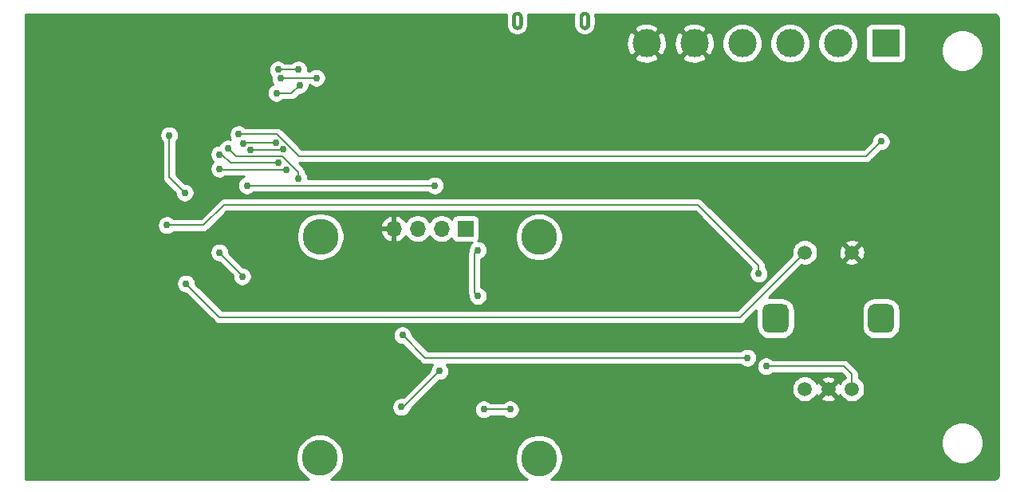
<source format=gbr>
%TF.GenerationSoftware,KiCad,Pcbnew,(5.1.6)-1*%
%TF.CreationDate,2021-08-19T23:31:00-04:00*%
%TF.ProjectId,Temp_Control_Board,54656d70-5f43-46f6-9e74-726f6c5f426f,rev?*%
%TF.SameCoordinates,Original*%
%TF.FileFunction,Copper,L2,Bot*%
%TF.FilePolarity,Positive*%
%FSLAX46Y46*%
G04 Gerber Fmt 4.6, Leading zero omitted, Abs format (unit mm)*
G04 Created by KiCad (PCBNEW (5.1.6)-1) date 2021-08-19 23:31:00*
%MOMM*%
%LPD*%
G01*
G04 APERTURE LIST*
%TA.AperFunction,EtchedComponent*%
%ADD10C,0.001000*%
%TD*%
%TA.AperFunction,ComponentPad*%
%ADD11O,1.700000X1.700000*%
%TD*%
%TA.AperFunction,ComponentPad*%
%ADD12R,1.700000X1.700000*%
%TD*%
%TA.AperFunction,WasherPad*%
%ADD13C,3.810000*%
%TD*%
%TA.AperFunction,ComponentPad*%
%ADD14C,1.500000*%
%TD*%
%TA.AperFunction,ComponentPad*%
%ADD15C,3.000000*%
%TD*%
%TA.AperFunction,ComponentPad*%
%ADD16R,3.000000X3.000000*%
%TD*%
%TA.AperFunction,ViaPad*%
%ADD17C,0.762000*%
%TD*%
%TA.AperFunction,Conductor*%
%ADD18C,0.381000*%
%TD*%
%TA.AperFunction,Conductor*%
%ADD19C,0.177800*%
%TD*%
%TA.AperFunction,Conductor*%
%ADD20C,0.254000*%
%TD*%
G04 APERTURE END LIST*
D10*
%TO.C,J3*%
G36*
X135880000Y-105537000D02*
G01*
X135880000Y-105937000D01*
X135879692Y-105948776D01*
X135878767Y-105960519D01*
X135877230Y-105972198D01*
X135875083Y-105983780D01*
X135872333Y-105995234D01*
X135868988Y-106006529D01*
X135865056Y-106017633D01*
X135860548Y-106028516D01*
X135855476Y-106039148D01*
X135849856Y-106049500D01*
X135843701Y-106059544D01*
X135837029Y-106069252D01*
X135829858Y-106078597D01*
X135822208Y-106087554D01*
X135814099Y-106096099D01*
X135805554Y-106104208D01*
X135796597Y-106111858D01*
X135787252Y-106119029D01*
X135777544Y-106125701D01*
X135767500Y-106131856D01*
X135757148Y-106137476D01*
X135746516Y-106142548D01*
X135735633Y-106147056D01*
X135724529Y-106150988D01*
X135713234Y-106154333D01*
X135701780Y-106157083D01*
X135690198Y-106159230D01*
X135678519Y-106160767D01*
X135666776Y-106161692D01*
X135655000Y-106162000D01*
X135643224Y-106161692D01*
X135631481Y-106160767D01*
X135619802Y-106159230D01*
X135608220Y-106157083D01*
X135596766Y-106154333D01*
X135585471Y-106150988D01*
X135574367Y-106147056D01*
X135563484Y-106142548D01*
X135552852Y-106137476D01*
X135542500Y-106131856D01*
X135532456Y-106125701D01*
X135522748Y-106119029D01*
X135513403Y-106111858D01*
X135504446Y-106104208D01*
X135495901Y-106096099D01*
X135487792Y-106087554D01*
X135480142Y-106078597D01*
X135472971Y-106069252D01*
X135466299Y-106059544D01*
X135460144Y-106049500D01*
X135454524Y-106039148D01*
X135449452Y-106028516D01*
X135444944Y-106017633D01*
X135441012Y-106006529D01*
X135437667Y-105995234D01*
X135434917Y-105983780D01*
X135432770Y-105972198D01*
X135431233Y-105960519D01*
X135430308Y-105948776D01*
X135430000Y-105937000D01*
X135430000Y-105537000D01*
X135130000Y-105537000D01*
X135130000Y-105887000D01*
X135129432Y-105912000D01*
X135130187Y-105940814D01*
X135132448Y-105969550D01*
X135136211Y-105998128D01*
X135141463Y-106026470D01*
X135148192Y-106054497D01*
X135156379Y-106082135D01*
X135166001Y-106109306D01*
X135177031Y-106135936D01*
X135189440Y-106161953D01*
X135203194Y-106187284D01*
X135218255Y-106211861D01*
X135234581Y-106235616D01*
X135252128Y-106258484D01*
X135270848Y-106280402D01*
X135290690Y-106301310D01*
X135311598Y-106321152D01*
X135333516Y-106339872D01*
X135356384Y-106357419D01*
X135380139Y-106373745D01*
X135404716Y-106388806D01*
X135430047Y-106402560D01*
X135456064Y-106414969D01*
X135482694Y-106425999D01*
X135509865Y-106435621D01*
X135537503Y-106443808D01*
X135565530Y-106450537D01*
X135593872Y-106455789D01*
X135622450Y-106459552D01*
X135655000Y-106462000D01*
X135682476Y-106461281D01*
X135709877Y-106459124D01*
X135737128Y-106455536D01*
X135764154Y-106450527D01*
X135790880Y-106444111D01*
X135817234Y-106436305D01*
X135843143Y-106427130D01*
X135868537Y-106416611D01*
X135893345Y-106404778D01*
X135917500Y-106391663D01*
X135940935Y-106377302D01*
X135963587Y-106361734D01*
X135985393Y-106345002D01*
X136006294Y-106327151D01*
X136026231Y-106308231D01*
X136045151Y-106288294D01*
X136063002Y-106267393D01*
X136079734Y-106245587D01*
X136095302Y-106222935D01*
X136109663Y-106199500D01*
X136122778Y-106175345D01*
X136134611Y-106150537D01*
X136145130Y-106125143D01*
X136154305Y-106099234D01*
X136162111Y-106072880D01*
X136168527Y-106046154D01*
X136173536Y-106019128D01*
X136177124Y-105991877D01*
X136179281Y-105964476D01*
X136180000Y-105937000D01*
X136180000Y-105537000D01*
X135880000Y-105537000D01*
G37*
X135880000Y-105537000D02*
X135880000Y-105937000D01*
X135879692Y-105948776D01*
X135878767Y-105960519D01*
X135877230Y-105972198D01*
X135875083Y-105983780D01*
X135872333Y-105995234D01*
X135868988Y-106006529D01*
X135865056Y-106017633D01*
X135860548Y-106028516D01*
X135855476Y-106039148D01*
X135849856Y-106049500D01*
X135843701Y-106059544D01*
X135837029Y-106069252D01*
X135829858Y-106078597D01*
X135822208Y-106087554D01*
X135814099Y-106096099D01*
X135805554Y-106104208D01*
X135796597Y-106111858D01*
X135787252Y-106119029D01*
X135777544Y-106125701D01*
X135767500Y-106131856D01*
X135757148Y-106137476D01*
X135746516Y-106142548D01*
X135735633Y-106147056D01*
X135724529Y-106150988D01*
X135713234Y-106154333D01*
X135701780Y-106157083D01*
X135690198Y-106159230D01*
X135678519Y-106160767D01*
X135666776Y-106161692D01*
X135655000Y-106162000D01*
X135643224Y-106161692D01*
X135631481Y-106160767D01*
X135619802Y-106159230D01*
X135608220Y-106157083D01*
X135596766Y-106154333D01*
X135585471Y-106150988D01*
X135574367Y-106147056D01*
X135563484Y-106142548D01*
X135552852Y-106137476D01*
X135542500Y-106131856D01*
X135532456Y-106125701D01*
X135522748Y-106119029D01*
X135513403Y-106111858D01*
X135504446Y-106104208D01*
X135495901Y-106096099D01*
X135487792Y-106087554D01*
X135480142Y-106078597D01*
X135472971Y-106069252D01*
X135466299Y-106059544D01*
X135460144Y-106049500D01*
X135454524Y-106039148D01*
X135449452Y-106028516D01*
X135444944Y-106017633D01*
X135441012Y-106006529D01*
X135437667Y-105995234D01*
X135434917Y-105983780D01*
X135432770Y-105972198D01*
X135431233Y-105960519D01*
X135430308Y-105948776D01*
X135430000Y-105937000D01*
X135430000Y-105537000D01*
X135130000Y-105537000D01*
X135130000Y-105887000D01*
X135129432Y-105912000D01*
X135130187Y-105940814D01*
X135132448Y-105969550D01*
X135136211Y-105998128D01*
X135141463Y-106026470D01*
X135148192Y-106054497D01*
X135156379Y-106082135D01*
X135166001Y-106109306D01*
X135177031Y-106135936D01*
X135189440Y-106161953D01*
X135203194Y-106187284D01*
X135218255Y-106211861D01*
X135234581Y-106235616D01*
X135252128Y-106258484D01*
X135270848Y-106280402D01*
X135290690Y-106301310D01*
X135311598Y-106321152D01*
X135333516Y-106339872D01*
X135356384Y-106357419D01*
X135380139Y-106373745D01*
X135404716Y-106388806D01*
X135430047Y-106402560D01*
X135456064Y-106414969D01*
X135482694Y-106425999D01*
X135509865Y-106435621D01*
X135537503Y-106443808D01*
X135565530Y-106450537D01*
X135593872Y-106455789D01*
X135622450Y-106459552D01*
X135655000Y-106462000D01*
X135682476Y-106461281D01*
X135709877Y-106459124D01*
X135737128Y-106455536D01*
X135764154Y-106450527D01*
X135790880Y-106444111D01*
X135817234Y-106436305D01*
X135843143Y-106427130D01*
X135868537Y-106416611D01*
X135893345Y-106404778D01*
X135917500Y-106391663D01*
X135940935Y-106377302D01*
X135963587Y-106361734D01*
X135985393Y-106345002D01*
X136006294Y-106327151D01*
X136026231Y-106308231D01*
X136045151Y-106288294D01*
X136063002Y-106267393D01*
X136079734Y-106245587D01*
X136095302Y-106222935D01*
X136109663Y-106199500D01*
X136122778Y-106175345D01*
X136134611Y-106150537D01*
X136145130Y-106125143D01*
X136154305Y-106099234D01*
X136162111Y-106072880D01*
X136168527Y-106046154D01*
X136173536Y-106019128D01*
X136177124Y-105991877D01*
X136179281Y-105964476D01*
X136180000Y-105937000D01*
X136180000Y-105537000D01*
X135880000Y-105537000D01*
G36*
X135430000Y-105537000D02*
G01*
X135430000Y-105137000D01*
X135430308Y-105125224D01*
X135431233Y-105113481D01*
X135432770Y-105101802D01*
X135434917Y-105090220D01*
X135437667Y-105078766D01*
X135441012Y-105067471D01*
X135444944Y-105056367D01*
X135449452Y-105045484D01*
X135454524Y-105034852D01*
X135460144Y-105024500D01*
X135466299Y-105014456D01*
X135472971Y-105004748D01*
X135480142Y-104995403D01*
X135487792Y-104986446D01*
X135495901Y-104977901D01*
X135504446Y-104969792D01*
X135513403Y-104962142D01*
X135522748Y-104954971D01*
X135532456Y-104948299D01*
X135542500Y-104942144D01*
X135552852Y-104936524D01*
X135563484Y-104931452D01*
X135574367Y-104926944D01*
X135585471Y-104923012D01*
X135596766Y-104919667D01*
X135608220Y-104916917D01*
X135619802Y-104914770D01*
X135631481Y-104913233D01*
X135643224Y-104912308D01*
X135655000Y-104912000D01*
X135666776Y-104912308D01*
X135678519Y-104913233D01*
X135690198Y-104914770D01*
X135701780Y-104916917D01*
X135713234Y-104919667D01*
X135724529Y-104923012D01*
X135735633Y-104926944D01*
X135746516Y-104931452D01*
X135757148Y-104936524D01*
X135767500Y-104942144D01*
X135777544Y-104948299D01*
X135787252Y-104954971D01*
X135796597Y-104962142D01*
X135805554Y-104969792D01*
X135814099Y-104977901D01*
X135822208Y-104986446D01*
X135829858Y-104995403D01*
X135837029Y-105004748D01*
X135843701Y-105014456D01*
X135849856Y-105024500D01*
X135855476Y-105034852D01*
X135860548Y-105045484D01*
X135865056Y-105056367D01*
X135868988Y-105067471D01*
X135872333Y-105078766D01*
X135875083Y-105090220D01*
X135877230Y-105101802D01*
X135878767Y-105113481D01*
X135879692Y-105125224D01*
X135880000Y-105137000D01*
X135880000Y-105537000D01*
X136180000Y-105537000D01*
X136180000Y-105187000D01*
X136180568Y-105162000D01*
X136179813Y-105133186D01*
X136177552Y-105104450D01*
X136173789Y-105075872D01*
X136168537Y-105047530D01*
X136161808Y-105019503D01*
X136153621Y-104991865D01*
X136143999Y-104964694D01*
X136132969Y-104938064D01*
X136120560Y-104912047D01*
X136106806Y-104886716D01*
X136091745Y-104862139D01*
X136075419Y-104838384D01*
X136057872Y-104815516D01*
X136039152Y-104793598D01*
X136019310Y-104772690D01*
X135998402Y-104752848D01*
X135976484Y-104734128D01*
X135953616Y-104716581D01*
X135929861Y-104700255D01*
X135905284Y-104685194D01*
X135879953Y-104671440D01*
X135853936Y-104659031D01*
X135827306Y-104648001D01*
X135800135Y-104638379D01*
X135772497Y-104630192D01*
X135744470Y-104623463D01*
X135716128Y-104618211D01*
X135687550Y-104614448D01*
X135655000Y-104612000D01*
X135627524Y-104612719D01*
X135600123Y-104614876D01*
X135572872Y-104618464D01*
X135545846Y-104623473D01*
X135519120Y-104629889D01*
X135492766Y-104637695D01*
X135466857Y-104646870D01*
X135441463Y-104657389D01*
X135416655Y-104669222D01*
X135392500Y-104682337D01*
X135369065Y-104696698D01*
X135346413Y-104712266D01*
X135324607Y-104728998D01*
X135303706Y-104746849D01*
X135283769Y-104765769D01*
X135264849Y-104785706D01*
X135246998Y-104806607D01*
X135230266Y-104828413D01*
X135214698Y-104851065D01*
X135200337Y-104874500D01*
X135187222Y-104898655D01*
X135175389Y-104923463D01*
X135164870Y-104948857D01*
X135155695Y-104974766D01*
X135147889Y-105001120D01*
X135141473Y-105027846D01*
X135136464Y-105054872D01*
X135132876Y-105082123D01*
X135130719Y-105109524D01*
X135130000Y-105137000D01*
X135130000Y-105537000D01*
X135430000Y-105537000D01*
G37*
X135430000Y-105537000D02*
X135430000Y-105137000D01*
X135430308Y-105125224D01*
X135431233Y-105113481D01*
X135432770Y-105101802D01*
X135434917Y-105090220D01*
X135437667Y-105078766D01*
X135441012Y-105067471D01*
X135444944Y-105056367D01*
X135449452Y-105045484D01*
X135454524Y-105034852D01*
X135460144Y-105024500D01*
X135466299Y-105014456D01*
X135472971Y-105004748D01*
X135480142Y-104995403D01*
X135487792Y-104986446D01*
X135495901Y-104977901D01*
X135504446Y-104969792D01*
X135513403Y-104962142D01*
X135522748Y-104954971D01*
X135532456Y-104948299D01*
X135542500Y-104942144D01*
X135552852Y-104936524D01*
X135563484Y-104931452D01*
X135574367Y-104926944D01*
X135585471Y-104923012D01*
X135596766Y-104919667D01*
X135608220Y-104916917D01*
X135619802Y-104914770D01*
X135631481Y-104913233D01*
X135643224Y-104912308D01*
X135655000Y-104912000D01*
X135666776Y-104912308D01*
X135678519Y-104913233D01*
X135690198Y-104914770D01*
X135701780Y-104916917D01*
X135713234Y-104919667D01*
X135724529Y-104923012D01*
X135735633Y-104926944D01*
X135746516Y-104931452D01*
X135757148Y-104936524D01*
X135767500Y-104942144D01*
X135777544Y-104948299D01*
X135787252Y-104954971D01*
X135796597Y-104962142D01*
X135805554Y-104969792D01*
X135814099Y-104977901D01*
X135822208Y-104986446D01*
X135829858Y-104995403D01*
X135837029Y-105004748D01*
X135843701Y-105014456D01*
X135849856Y-105024500D01*
X135855476Y-105034852D01*
X135860548Y-105045484D01*
X135865056Y-105056367D01*
X135868988Y-105067471D01*
X135872333Y-105078766D01*
X135875083Y-105090220D01*
X135877230Y-105101802D01*
X135878767Y-105113481D01*
X135879692Y-105125224D01*
X135880000Y-105137000D01*
X135880000Y-105537000D01*
X136180000Y-105537000D01*
X136180000Y-105187000D01*
X136180568Y-105162000D01*
X136179813Y-105133186D01*
X136177552Y-105104450D01*
X136173789Y-105075872D01*
X136168537Y-105047530D01*
X136161808Y-105019503D01*
X136153621Y-104991865D01*
X136143999Y-104964694D01*
X136132969Y-104938064D01*
X136120560Y-104912047D01*
X136106806Y-104886716D01*
X136091745Y-104862139D01*
X136075419Y-104838384D01*
X136057872Y-104815516D01*
X136039152Y-104793598D01*
X136019310Y-104772690D01*
X135998402Y-104752848D01*
X135976484Y-104734128D01*
X135953616Y-104716581D01*
X135929861Y-104700255D01*
X135905284Y-104685194D01*
X135879953Y-104671440D01*
X135853936Y-104659031D01*
X135827306Y-104648001D01*
X135800135Y-104638379D01*
X135772497Y-104630192D01*
X135744470Y-104623463D01*
X135716128Y-104618211D01*
X135687550Y-104614448D01*
X135655000Y-104612000D01*
X135627524Y-104612719D01*
X135600123Y-104614876D01*
X135572872Y-104618464D01*
X135545846Y-104623473D01*
X135519120Y-104629889D01*
X135492766Y-104637695D01*
X135466857Y-104646870D01*
X135441463Y-104657389D01*
X135416655Y-104669222D01*
X135392500Y-104682337D01*
X135369065Y-104696698D01*
X135346413Y-104712266D01*
X135324607Y-104728998D01*
X135303706Y-104746849D01*
X135283769Y-104765769D01*
X135264849Y-104785706D01*
X135246998Y-104806607D01*
X135230266Y-104828413D01*
X135214698Y-104851065D01*
X135200337Y-104874500D01*
X135187222Y-104898655D01*
X135175389Y-104923463D01*
X135164870Y-104948857D01*
X135155695Y-104974766D01*
X135147889Y-105001120D01*
X135141473Y-105027846D01*
X135136464Y-105054872D01*
X135132876Y-105082123D01*
X135130719Y-105109524D01*
X135130000Y-105137000D01*
X135130000Y-105537000D01*
X135430000Y-105537000D01*
G36*
X128730000Y-105537000D02*
G01*
X128730000Y-105937000D01*
X128729692Y-105948776D01*
X128728767Y-105960519D01*
X128727230Y-105972198D01*
X128725083Y-105983780D01*
X128722333Y-105995234D01*
X128718988Y-106006529D01*
X128715056Y-106017633D01*
X128710548Y-106028516D01*
X128705476Y-106039148D01*
X128699856Y-106049500D01*
X128693701Y-106059544D01*
X128687029Y-106069252D01*
X128679858Y-106078597D01*
X128672208Y-106087554D01*
X128664099Y-106096099D01*
X128655554Y-106104208D01*
X128646597Y-106111858D01*
X128637252Y-106119029D01*
X128627544Y-106125701D01*
X128617500Y-106131856D01*
X128607148Y-106137476D01*
X128596516Y-106142548D01*
X128585633Y-106147056D01*
X128574529Y-106150988D01*
X128563234Y-106154333D01*
X128551780Y-106157083D01*
X128540198Y-106159230D01*
X128528519Y-106160767D01*
X128516776Y-106161692D01*
X128505000Y-106162000D01*
X128493224Y-106161692D01*
X128481481Y-106160767D01*
X128469802Y-106159230D01*
X128458220Y-106157083D01*
X128446766Y-106154333D01*
X128435471Y-106150988D01*
X128424367Y-106147056D01*
X128413484Y-106142548D01*
X128402852Y-106137476D01*
X128392500Y-106131856D01*
X128382456Y-106125701D01*
X128372748Y-106119029D01*
X128363403Y-106111858D01*
X128354446Y-106104208D01*
X128345901Y-106096099D01*
X128337792Y-106087554D01*
X128330142Y-106078597D01*
X128322971Y-106069252D01*
X128316299Y-106059544D01*
X128310144Y-106049500D01*
X128304524Y-106039148D01*
X128299452Y-106028516D01*
X128294944Y-106017633D01*
X128291012Y-106006529D01*
X128287667Y-105995234D01*
X128284917Y-105983780D01*
X128282770Y-105972198D01*
X128281233Y-105960519D01*
X128280308Y-105948776D01*
X128280000Y-105937000D01*
X128280000Y-105537000D01*
X127980000Y-105537000D01*
X127980000Y-105887000D01*
X127979432Y-105912000D01*
X127980187Y-105940814D01*
X127982448Y-105969550D01*
X127986211Y-105998128D01*
X127991463Y-106026470D01*
X127998192Y-106054497D01*
X128006379Y-106082135D01*
X128016001Y-106109306D01*
X128027031Y-106135936D01*
X128039440Y-106161953D01*
X128053194Y-106187284D01*
X128068255Y-106211861D01*
X128084581Y-106235616D01*
X128102128Y-106258484D01*
X128120848Y-106280402D01*
X128140690Y-106301310D01*
X128161598Y-106321152D01*
X128183516Y-106339872D01*
X128206384Y-106357419D01*
X128230139Y-106373745D01*
X128254716Y-106388806D01*
X128280047Y-106402560D01*
X128306064Y-106414969D01*
X128332694Y-106425999D01*
X128359865Y-106435621D01*
X128387503Y-106443808D01*
X128415530Y-106450537D01*
X128443872Y-106455789D01*
X128472450Y-106459552D01*
X128505000Y-106462000D01*
X128532476Y-106461281D01*
X128559877Y-106459124D01*
X128587128Y-106455536D01*
X128614154Y-106450527D01*
X128640880Y-106444111D01*
X128667234Y-106436305D01*
X128693143Y-106427130D01*
X128718537Y-106416611D01*
X128743345Y-106404778D01*
X128767500Y-106391663D01*
X128790935Y-106377302D01*
X128813587Y-106361734D01*
X128835393Y-106345002D01*
X128856294Y-106327151D01*
X128876231Y-106308231D01*
X128895151Y-106288294D01*
X128913002Y-106267393D01*
X128929734Y-106245587D01*
X128945302Y-106222935D01*
X128959663Y-106199500D01*
X128972778Y-106175345D01*
X128984611Y-106150537D01*
X128995130Y-106125143D01*
X129004305Y-106099234D01*
X129012111Y-106072880D01*
X129018527Y-106046154D01*
X129023536Y-106019128D01*
X129027124Y-105991877D01*
X129029281Y-105964476D01*
X129030000Y-105937000D01*
X129030000Y-105537000D01*
X128730000Y-105537000D01*
G37*
X128730000Y-105537000D02*
X128730000Y-105937000D01*
X128729692Y-105948776D01*
X128728767Y-105960519D01*
X128727230Y-105972198D01*
X128725083Y-105983780D01*
X128722333Y-105995234D01*
X128718988Y-106006529D01*
X128715056Y-106017633D01*
X128710548Y-106028516D01*
X128705476Y-106039148D01*
X128699856Y-106049500D01*
X128693701Y-106059544D01*
X128687029Y-106069252D01*
X128679858Y-106078597D01*
X128672208Y-106087554D01*
X128664099Y-106096099D01*
X128655554Y-106104208D01*
X128646597Y-106111858D01*
X128637252Y-106119029D01*
X128627544Y-106125701D01*
X128617500Y-106131856D01*
X128607148Y-106137476D01*
X128596516Y-106142548D01*
X128585633Y-106147056D01*
X128574529Y-106150988D01*
X128563234Y-106154333D01*
X128551780Y-106157083D01*
X128540198Y-106159230D01*
X128528519Y-106160767D01*
X128516776Y-106161692D01*
X128505000Y-106162000D01*
X128493224Y-106161692D01*
X128481481Y-106160767D01*
X128469802Y-106159230D01*
X128458220Y-106157083D01*
X128446766Y-106154333D01*
X128435471Y-106150988D01*
X128424367Y-106147056D01*
X128413484Y-106142548D01*
X128402852Y-106137476D01*
X128392500Y-106131856D01*
X128382456Y-106125701D01*
X128372748Y-106119029D01*
X128363403Y-106111858D01*
X128354446Y-106104208D01*
X128345901Y-106096099D01*
X128337792Y-106087554D01*
X128330142Y-106078597D01*
X128322971Y-106069252D01*
X128316299Y-106059544D01*
X128310144Y-106049500D01*
X128304524Y-106039148D01*
X128299452Y-106028516D01*
X128294944Y-106017633D01*
X128291012Y-106006529D01*
X128287667Y-105995234D01*
X128284917Y-105983780D01*
X128282770Y-105972198D01*
X128281233Y-105960519D01*
X128280308Y-105948776D01*
X128280000Y-105937000D01*
X128280000Y-105537000D01*
X127980000Y-105537000D01*
X127980000Y-105887000D01*
X127979432Y-105912000D01*
X127980187Y-105940814D01*
X127982448Y-105969550D01*
X127986211Y-105998128D01*
X127991463Y-106026470D01*
X127998192Y-106054497D01*
X128006379Y-106082135D01*
X128016001Y-106109306D01*
X128027031Y-106135936D01*
X128039440Y-106161953D01*
X128053194Y-106187284D01*
X128068255Y-106211861D01*
X128084581Y-106235616D01*
X128102128Y-106258484D01*
X128120848Y-106280402D01*
X128140690Y-106301310D01*
X128161598Y-106321152D01*
X128183516Y-106339872D01*
X128206384Y-106357419D01*
X128230139Y-106373745D01*
X128254716Y-106388806D01*
X128280047Y-106402560D01*
X128306064Y-106414969D01*
X128332694Y-106425999D01*
X128359865Y-106435621D01*
X128387503Y-106443808D01*
X128415530Y-106450537D01*
X128443872Y-106455789D01*
X128472450Y-106459552D01*
X128505000Y-106462000D01*
X128532476Y-106461281D01*
X128559877Y-106459124D01*
X128587128Y-106455536D01*
X128614154Y-106450527D01*
X128640880Y-106444111D01*
X128667234Y-106436305D01*
X128693143Y-106427130D01*
X128718537Y-106416611D01*
X128743345Y-106404778D01*
X128767500Y-106391663D01*
X128790935Y-106377302D01*
X128813587Y-106361734D01*
X128835393Y-106345002D01*
X128856294Y-106327151D01*
X128876231Y-106308231D01*
X128895151Y-106288294D01*
X128913002Y-106267393D01*
X128929734Y-106245587D01*
X128945302Y-106222935D01*
X128959663Y-106199500D01*
X128972778Y-106175345D01*
X128984611Y-106150537D01*
X128995130Y-106125143D01*
X129004305Y-106099234D01*
X129012111Y-106072880D01*
X129018527Y-106046154D01*
X129023536Y-106019128D01*
X129027124Y-105991877D01*
X129029281Y-105964476D01*
X129030000Y-105937000D01*
X129030000Y-105537000D01*
X128730000Y-105537000D01*
G36*
X128280000Y-105537000D02*
G01*
X128280000Y-105137000D01*
X128280308Y-105125224D01*
X128281233Y-105113481D01*
X128282770Y-105101802D01*
X128284917Y-105090220D01*
X128287667Y-105078766D01*
X128291012Y-105067471D01*
X128294944Y-105056367D01*
X128299452Y-105045484D01*
X128304524Y-105034852D01*
X128310144Y-105024500D01*
X128316299Y-105014456D01*
X128322971Y-105004748D01*
X128330142Y-104995403D01*
X128337792Y-104986446D01*
X128345901Y-104977901D01*
X128354446Y-104969792D01*
X128363403Y-104962142D01*
X128372748Y-104954971D01*
X128382456Y-104948299D01*
X128392500Y-104942144D01*
X128402852Y-104936524D01*
X128413484Y-104931452D01*
X128424367Y-104926944D01*
X128435471Y-104923012D01*
X128446766Y-104919667D01*
X128458220Y-104916917D01*
X128469802Y-104914770D01*
X128481481Y-104913233D01*
X128493224Y-104912308D01*
X128505000Y-104912000D01*
X128516776Y-104912308D01*
X128528519Y-104913233D01*
X128540198Y-104914770D01*
X128551780Y-104916917D01*
X128563234Y-104919667D01*
X128574529Y-104923012D01*
X128585633Y-104926944D01*
X128596516Y-104931452D01*
X128607148Y-104936524D01*
X128617500Y-104942144D01*
X128627544Y-104948299D01*
X128637252Y-104954971D01*
X128646597Y-104962142D01*
X128655554Y-104969792D01*
X128664099Y-104977901D01*
X128672208Y-104986446D01*
X128679858Y-104995403D01*
X128687029Y-105004748D01*
X128693701Y-105014456D01*
X128699856Y-105024500D01*
X128705476Y-105034852D01*
X128710548Y-105045484D01*
X128715056Y-105056367D01*
X128718988Y-105067471D01*
X128722333Y-105078766D01*
X128725083Y-105090220D01*
X128727230Y-105101802D01*
X128728767Y-105113481D01*
X128729692Y-105125224D01*
X128730000Y-105137000D01*
X128730000Y-105537000D01*
X129030000Y-105537000D01*
X129030000Y-105187000D01*
X129030568Y-105162000D01*
X129029813Y-105133186D01*
X129027552Y-105104450D01*
X129023789Y-105075872D01*
X129018537Y-105047530D01*
X129011808Y-105019503D01*
X129003621Y-104991865D01*
X128993999Y-104964694D01*
X128982969Y-104938064D01*
X128970560Y-104912047D01*
X128956806Y-104886716D01*
X128941745Y-104862139D01*
X128925419Y-104838384D01*
X128907872Y-104815516D01*
X128889152Y-104793598D01*
X128869310Y-104772690D01*
X128848402Y-104752848D01*
X128826484Y-104734128D01*
X128803616Y-104716581D01*
X128779861Y-104700255D01*
X128755284Y-104685194D01*
X128729953Y-104671440D01*
X128703936Y-104659031D01*
X128677306Y-104648001D01*
X128650135Y-104638379D01*
X128622497Y-104630192D01*
X128594470Y-104623463D01*
X128566128Y-104618211D01*
X128537550Y-104614448D01*
X128505000Y-104612000D01*
X128477524Y-104612719D01*
X128450123Y-104614876D01*
X128422872Y-104618464D01*
X128395846Y-104623473D01*
X128369120Y-104629889D01*
X128342766Y-104637695D01*
X128316857Y-104646870D01*
X128291463Y-104657389D01*
X128266655Y-104669222D01*
X128242500Y-104682337D01*
X128219065Y-104696698D01*
X128196413Y-104712266D01*
X128174607Y-104728998D01*
X128153706Y-104746849D01*
X128133769Y-104765769D01*
X128114849Y-104785706D01*
X128096998Y-104806607D01*
X128080266Y-104828413D01*
X128064698Y-104851065D01*
X128050337Y-104874500D01*
X128037222Y-104898655D01*
X128025389Y-104923463D01*
X128014870Y-104948857D01*
X128005695Y-104974766D01*
X127997889Y-105001120D01*
X127991473Y-105027846D01*
X127986464Y-105054872D01*
X127982876Y-105082123D01*
X127980719Y-105109524D01*
X127980000Y-105137000D01*
X127980000Y-105537000D01*
X128280000Y-105537000D01*
G37*
X128280000Y-105537000D02*
X128280000Y-105137000D01*
X128280308Y-105125224D01*
X128281233Y-105113481D01*
X128282770Y-105101802D01*
X128284917Y-105090220D01*
X128287667Y-105078766D01*
X128291012Y-105067471D01*
X128294944Y-105056367D01*
X128299452Y-105045484D01*
X128304524Y-105034852D01*
X128310144Y-105024500D01*
X128316299Y-105014456D01*
X128322971Y-105004748D01*
X128330142Y-104995403D01*
X128337792Y-104986446D01*
X128345901Y-104977901D01*
X128354446Y-104969792D01*
X128363403Y-104962142D01*
X128372748Y-104954971D01*
X128382456Y-104948299D01*
X128392500Y-104942144D01*
X128402852Y-104936524D01*
X128413484Y-104931452D01*
X128424367Y-104926944D01*
X128435471Y-104923012D01*
X128446766Y-104919667D01*
X128458220Y-104916917D01*
X128469802Y-104914770D01*
X128481481Y-104913233D01*
X128493224Y-104912308D01*
X128505000Y-104912000D01*
X128516776Y-104912308D01*
X128528519Y-104913233D01*
X128540198Y-104914770D01*
X128551780Y-104916917D01*
X128563234Y-104919667D01*
X128574529Y-104923012D01*
X128585633Y-104926944D01*
X128596516Y-104931452D01*
X128607148Y-104936524D01*
X128617500Y-104942144D01*
X128627544Y-104948299D01*
X128637252Y-104954971D01*
X128646597Y-104962142D01*
X128655554Y-104969792D01*
X128664099Y-104977901D01*
X128672208Y-104986446D01*
X128679858Y-104995403D01*
X128687029Y-105004748D01*
X128693701Y-105014456D01*
X128699856Y-105024500D01*
X128705476Y-105034852D01*
X128710548Y-105045484D01*
X128715056Y-105056367D01*
X128718988Y-105067471D01*
X128722333Y-105078766D01*
X128725083Y-105090220D01*
X128727230Y-105101802D01*
X128728767Y-105113481D01*
X128729692Y-105125224D01*
X128730000Y-105137000D01*
X128730000Y-105537000D01*
X129030000Y-105537000D01*
X129030000Y-105187000D01*
X129030568Y-105162000D01*
X129029813Y-105133186D01*
X129027552Y-105104450D01*
X129023789Y-105075872D01*
X129018537Y-105047530D01*
X129011808Y-105019503D01*
X129003621Y-104991865D01*
X128993999Y-104964694D01*
X128982969Y-104938064D01*
X128970560Y-104912047D01*
X128956806Y-104886716D01*
X128941745Y-104862139D01*
X128925419Y-104838384D01*
X128907872Y-104815516D01*
X128889152Y-104793598D01*
X128869310Y-104772690D01*
X128848402Y-104752848D01*
X128826484Y-104734128D01*
X128803616Y-104716581D01*
X128779861Y-104700255D01*
X128755284Y-104685194D01*
X128729953Y-104671440D01*
X128703936Y-104659031D01*
X128677306Y-104648001D01*
X128650135Y-104638379D01*
X128622497Y-104630192D01*
X128594470Y-104623463D01*
X128566128Y-104618211D01*
X128537550Y-104614448D01*
X128505000Y-104612000D01*
X128477524Y-104612719D01*
X128450123Y-104614876D01*
X128422872Y-104618464D01*
X128395846Y-104623473D01*
X128369120Y-104629889D01*
X128342766Y-104637695D01*
X128316857Y-104646870D01*
X128291463Y-104657389D01*
X128266655Y-104669222D01*
X128242500Y-104682337D01*
X128219065Y-104696698D01*
X128196413Y-104712266D01*
X128174607Y-104728998D01*
X128153706Y-104746849D01*
X128133769Y-104765769D01*
X128114849Y-104785706D01*
X128096998Y-104806607D01*
X128080266Y-104828413D01*
X128064698Y-104851065D01*
X128050337Y-104874500D01*
X128037222Y-104898655D01*
X128025389Y-104923463D01*
X128014870Y-104948857D01*
X128005695Y-104974766D01*
X127997889Y-105001120D01*
X127991473Y-105027846D01*
X127986464Y-105054872D01*
X127982876Y-105082123D01*
X127980719Y-105109524D01*
X127980000Y-105137000D01*
X127980000Y-105537000D01*
X128280000Y-105537000D01*
%TD*%
D11*
%TO.P,J2,4*%
%TO.N,GND*%
X115404900Y-127635000D03*
%TO.P,J2,3*%
%TO.N,+3V3*%
X117944900Y-127635000D03*
%TO.P,J2,2*%
%TO.N,OLED_SCL*%
X120484900Y-127635000D03*
D12*
%TO.P,J2,1*%
%TO.N,OLED_SDA*%
X123024900Y-127635000D03*
D13*
%TO.P,J2,*%
%TO.N,*%
X130810000Y-128524000D03*
X130810000Y-152019000D03*
X107569000Y-151968200D03*
X107604560Y-128475740D03*
%TD*%
D14*
%TO.P,U3,5*%
%TO.N,ROT_CHB*%
X164044000Y-144660000D03*
%TO.P,U3,4*%
%TO.N,GND*%
X161544000Y-144660000D03*
%TO.P,U3,3*%
%TO.N,ROT_CHA*%
X159044000Y-144660000D03*
%TO.P,U3,1*%
%TO.N,ROT_SW1*%
X159044000Y-130160000D03*
%TO.P,U3,2*%
%TO.N,GND*%
X164044000Y-130160000D03*
%TO.P,U3,*%
%TO.N,*%
%TA.AperFunction,ComponentPad*%
G36*
G01*
X154544000Y-138010000D02*
X154544000Y-136310000D01*
G75*
G02*
X155244000Y-135610000I700000J0D01*
G01*
X156644000Y-135610000D01*
G75*
G02*
X157344000Y-136310000I0J-700000D01*
G01*
X157344000Y-138010000D01*
G75*
G02*
X156644000Y-138710000I-700000J0D01*
G01*
X155244000Y-138710000D01*
G75*
G02*
X154544000Y-138010000I0J700000D01*
G01*
G37*
%TD.AperFunction*%
%TA.AperFunction,ComponentPad*%
G36*
G01*
X165744000Y-138010000D02*
X165744000Y-136310000D01*
G75*
G02*
X166444000Y-135610000I700000J0D01*
G01*
X167844000Y-135610000D01*
G75*
G02*
X168544000Y-136310000I0J-700000D01*
G01*
X168544000Y-138010000D01*
G75*
G02*
X167844000Y-138710000I-700000J0D01*
G01*
X166444000Y-138710000D01*
G75*
G02*
X165744000Y-138010000I0J700000D01*
G01*
G37*
%TD.AperFunction*%
%TD*%
D15*
%TO.P,J1,6*%
%TO.N,GND*%
X142240000Y-107950000D03*
%TO.P,J1,5*%
X147320000Y-107950000D03*
%TO.P,J1,4*%
%TO.N,VCONN*%
X152400000Y-107950000D03*
D16*
%TO.P,J1,1*%
%TO.N,RELAY+*%
X167640000Y-107950000D03*
D15*
%TO.P,J1,3*%
%TO.N,/TC-*%
X157480000Y-107950000D03*
%TO.P,J1,2*%
%TO.N,/TC+*%
X162560000Y-107950000D03*
%TD*%
D17*
%TO.N,GND*%
X81534000Y-134620000D03*
X76962000Y-127254000D03*
X93218000Y-140462000D03*
X76962000Y-141986000D03*
X78232000Y-147066000D03*
X108712000Y-107442000D03*
X118364000Y-107696000D03*
X161290000Y-118364000D03*
X130556000Y-122174000D03*
X120904000Y-114808000D03*
X123698000Y-110744000D03*
X120904000Y-110744000D03*
X130302000Y-109220000D03*
X125222000Y-105156000D03*
X141224000Y-117348000D03*
X133604000Y-115062000D03*
X90170000Y-150114000D03*
X80010000Y-110744000D03*
X84074000Y-107696000D03*
X78105000Y-153162000D03*
X121412000Y-106172000D03*
X154114500Y-113982500D03*
%TO.N,FT_PWREN*%
X124333000Y-129921000D03*
X124333000Y-134785100D03*
%TO.N,ROT_CHA*%
X96901000Y-130175000D03*
X99314000Y-132715000D03*
X152946100Y-141351000D03*
X116332000Y-138938000D03*
%TO.N,BOOT*%
X91567000Y-117729000D03*
X93218000Y-123825000D03*
%TO.N,ROT_CHB*%
X91313000Y-127254000D03*
X154145954Y-132428954D03*
X154940000Y-142240000D03*
%TO.N,ROT_SW1*%
X93345000Y-133477000D03*
%TO.N,FT_TX*%
X102908100Y-118491000D03*
X99441000Y-118618000D03*
%TO.N,FT_RX*%
X103124000Y-120650000D03*
X96901000Y-119761000D03*
%TO.N,SD_DO*%
X107188000Y-111633000D03*
X103389166Y-111672090D03*
%TO.N,SD_SCK*%
X105410000Y-112395000D03*
X102964961Y-113251961D03*
%TO.N,SD_DI*%
X105283000Y-110744000D03*
X103124000Y-110743974D03*
%TO.N,MAX_SCK*%
X120269000Y-142748000D03*
X116205000Y-146558000D03*
%TO.N,MAX_SO*%
X127762000Y-146812000D03*
X124968000Y-146812000D03*
%TO.N,OLED_SDA*%
X104013000Y-121373900D03*
X96901000Y-121285000D03*
%TO.N,OLED_SCL*%
X97790000Y-119126000D03*
X105283000Y-122301000D03*
%TO.N,RELAY+*%
X167132000Y-118364000D03*
X98933000Y-117602000D03*
%TO.N,FT_RTS*%
X103632000Y-119214900D03*
X100203000Y-119253000D03*
%TO.N,FT_CTS*%
X119761000Y-123062998D03*
X99822000Y-123063000D03*
%TD*%
D18*
%TO.N,GND*%
X121412000Y-106172000D02*
X120777000Y-106807000D01*
D19*
%TO.N,FT_PWREN*%
X124333000Y-134785100D02*
X123952000Y-134404100D01*
X123952001Y-130301999D02*
X124333000Y-129921000D01*
X123952000Y-134404100D02*
X123952001Y-130301999D01*
%TO.N,ROT_CHA*%
X96901000Y-130175000D02*
X97398841Y-130672841D01*
X97398841Y-130672841D02*
X99187000Y-132461000D01*
X99187000Y-132461000D02*
X99187000Y-132588000D01*
X99187000Y-132588000D02*
X99314000Y-132715000D01*
X152946100Y-141351000D02*
X118745000Y-141351000D01*
X118745000Y-141351000D02*
X116332000Y-138938000D01*
%TO.N,BOOT*%
X91567000Y-117729000D02*
X91567000Y-122174000D01*
X91567000Y-122174000D02*
X93218000Y-123825000D01*
%TO.N,ROT_CHB*%
X163195000Y-142240000D02*
X164044000Y-143089000D01*
X164044000Y-143089000D02*
X164044000Y-144660000D01*
X154940000Y-142240000D02*
X163195000Y-142240000D01*
X154145954Y-131890139D02*
X154145954Y-132428954D01*
X91313000Y-127254000D02*
X95230190Y-127254000D01*
X97389190Y-125095000D02*
X147701000Y-125095000D01*
X147701000Y-125095000D02*
X154145954Y-131539954D01*
X95230190Y-127254000D02*
X97389190Y-125095000D01*
X154145954Y-131539954D02*
X154145954Y-131890139D01*
%TO.N,ROT_SW1*%
X152171000Y-137033000D02*
X159044000Y-130160000D01*
X93345000Y-133477000D02*
X96901000Y-137033000D01*
X96901000Y-137033000D02*
X152171000Y-137033000D01*
%TO.N,FT_TX*%
X99568000Y-118491000D02*
X102908100Y-118491000D01*
X99441000Y-118618000D02*
X99568000Y-118491000D01*
%TO.N,FT_RX*%
X98044000Y-120650000D02*
X103124000Y-120650000D01*
X96901000Y-119761000D02*
X97155000Y-119761000D01*
X97155000Y-119761000D02*
X98044000Y-120650000D01*
%TO.N,SD_DO*%
X103428256Y-111633000D02*
X103389166Y-111672090D01*
X107188000Y-111633000D02*
X103428256Y-111633000D01*
%TO.N,SD_SCK*%
X105410000Y-112395000D02*
X104553039Y-113251961D01*
X104553039Y-113251961D02*
X102964961Y-113251961D01*
%TO.N,SD_DI*%
X105283000Y-110744000D02*
X103124026Y-110744000D01*
X103124026Y-110744000D02*
X103124000Y-110743974D01*
%TO.N,MAX_SCK*%
X116459000Y-146558000D02*
X116205000Y-146558000D01*
X120269000Y-142748000D02*
X116459000Y-146558000D01*
%TO.N,MAX_SO*%
X125603000Y-146812000D02*
X124968000Y-146812000D01*
X125603000Y-146812000D02*
X127762000Y-146812000D01*
%TO.N,OLED_SDA*%
X96989900Y-121373900D02*
X104013000Y-121373900D01*
X96901000Y-121285000D02*
X96989900Y-121373900D01*
%TO.N,OLED_SCL*%
X105283000Y-121635183D02*
X105283000Y-122301000D01*
X98640899Y-119976899D02*
X103624716Y-119976899D01*
X97790000Y-119126000D02*
X98640899Y-119976899D01*
X103624716Y-119976899D02*
X105283000Y-121635183D01*
%TO.N,RELAY+*%
X167132000Y-118364000D02*
X165569898Y-119926102D01*
X103015290Y-117602000D02*
X98933000Y-117602000D01*
X165569898Y-119926102D02*
X105339392Y-119926102D01*
X105339392Y-119926102D02*
X103015290Y-117602000D01*
%TO.N,FT_RTS*%
X103593900Y-119253000D02*
X103632000Y-119214900D01*
X100203000Y-119253000D02*
X103593900Y-119253000D01*
%TO.N,FT_CTS*%
X119760998Y-123063000D02*
X119761000Y-123062998D01*
X99822000Y-123063000D02*
X119760998Y-123063000D01*
%TD*%
D20*
%TO.N,GND*%
G36*
X127379946Y-104852773D02*
G01*
X127373530Y-104879499D01*
X127371848Y-104891620D01*
X127368293Y-104903322D01*
X127366615Y-104912035D01*
X127361606Y-104939061D01*
X127360561Y-104951251D01*
X127357622Y-104963126D01*
X127356402Y-104971915D01*
X127352814Y-104999166D01*
X127352408Y-105011394D01*
X127350094Y-105023410D01*
X127349336Y-105032251D01*
X127347179Y-105059652D01*
X127347414Y-105071901D01*
X127345731Y-105084032D01*
X127345436Y-105092900D01*
X127344717Y-105120376D01*
X127344996Y-105124261D01*
X127344562Y-105128127D01*
X127344500Y-105137000D01*
X127344500Y-105879784D01*
X127344096Y-105897565D01*
X127344931Y-105908676D01*
X127343980Y-105919774D01*
X127344150Y-105928646D01*
X127344905Y-105957460D01*
X127346417Y-105969594D01*
X127346011Y-105981812D01*
X127346645Y-105990662D01*
X127348906Y-106019398D01*
X127351055Y-106031461D01*
X127351290Y-106043708D01*
X127352387Y-106052513D01*
X127356150Y-106081091D01*
X127358919Y-106092991D01*
X127359793Y-106105184D01*
X127361349Y-106113920D01*
X127366601Y-106142262D01*
X127369998Y-106154031D01*
X127371512Y-106166189D01*
X127373523Y-106174831D01*
X127380252Y-106202858D01*
X127384257Y-106214424D01*
X127386403Y-106226469D01*
X127388864Y-106234994D01*
X127397051Y-106262632D01*
X127401655Y-106273971D01*
X127404429Y-106285889D01*
X127407332Y-106294274D01*
X127416954Y-106321445D01*
X127422141Y-106332519D01*
X127425533Y-106344270D01*
X127428872Y-106352492D01*
X127439902Y-106379122D01*
X127445665Y-106389915D01*
X127449670Y-106401482D01*
X127453434Y-106409517D01*
X127465843Y-106435535D01*
X127472169Y-106446023D01*
X127476776Y-106457367D01*
X127480955Y-106465194D01*
X127494709Y-106490525D01*
X127501571Y-106500660D01*
X127506760Y-106511737D01*
X127511343Y-106519335D01*
X127526404Y-106543912D01*
X127533785Y-106553671D01*
X127539545Y-106564459D01*
X127544519Y-106571807D01*
X127560845Y-106595562D01*
X127568730Y-106604925D01*
X127575050Y-106615403D01*
X127580402Y-106622481D01*
X127597949Y-106645348D01*
X127606313Y-106654286D01*
X127613177Y-106664424D01*
X127618893Y-106671212D01*
X127637613Y-106693129D01*
X127646432Y-106701616D01*
X127653821Y-106711385D01*
X127659884Y-106717863D01*
X127679726Y-106738771D01*
X127688962Y-106746771D01*
X127696835Y-106756121D01*
X127703229Y-106762274D01*
X127724136Y-106782116D01*
X127733802Y-106789641D01*
X127742164Y-106798577D01*
X127748870Y-106804387D01*
X127770788Y-106823107D01*
X127780830Y-106830112D01*
X127789650Y-106838600D01*
X127796651Y-106844051D01*
X127819519Y-106861597D01*
X127829910Y-106868065D01*
X127839161Y-106876078D01*
X127846438Y-106881155D01*
X127870193Y-106897481D01*
X127880903Y-106903393D01*
X127890555Y-106910907D01*
X127898088Y-106915596D01*
X127922665Y-106930657D01*
X127933674Y-106936003D01*
X127943707Y-106943002D01*
X127951475Y-106947291D01*
X127976806Y-106961045D01*
X127988090Y-106965812D01*
X127998484Y-106972281D01*
X128006466Y-106976157D01*
X128032483Y-106988566D01*
X128043988Y-106992730D01*
X128054704Y-106998646D01*
X128062878Y-107002098D01*
X128089508Y-107013128D01*
X128101208Y-107016683D01*
X128112212Y-107022026D01*
X128120555Y-107025046D01*
X128147726Y-107034668D01*
X128159604Y-107037608D01*
X128170878Y-107042370D01*
X128179368Y-107044949D01*
X128207006Y-107053136D01*
X128219020Y-107055450D01*
X128230529Y-107059616D01*
X128239142Y-107061748D01*
X128267169Y-107068476D01*
X128279302Y-107070160D01*
X128291025Y-107073721D01*
X128299738Y-107075399D01*
X128328081Y-107080651D01*
X128340254Y-107081694D01*
X128352120Y-107084631D01*
X128360909Y-107085850D01*
X128389487Y-107089613D01*
X128402828Y-107090056D01*
X128415947Y-107092535D01*
X128424790Y-107093262D01*
X128457340Y-107095710D01*
X128485089Y-107095081D01*
X128512753Y-107097453D01*
X128521624Y-107097283D01*
X128549100Y-107096564D01*
X128561256Y-107095050D01*
X128573498Y-107095456D01*
X128582348Y-107094821D01*
X128609749Y-107092664D01*
X128621795Y-107090518D01*
X128634029Y-107090283D01*
X128642834Y-107089186D01*
X128670085Y-107085598D01*
X128682002Y-107082825D01*
X128694204Y-107081950D01*
X128702939Y-107080394D01*
X128729965Y-107075385D01*
X128741716Y-107071993D01*
X128753859Y-107070481D01*
X128762501Y-107068470D01*
X128789227Y-107062054D01*
X128800791Y-107058050D01*
X128812838Y-107055904D01*
X128821363Y-107053444D01*
X128847717Y-107045637D01*
X128859060Y-107041031D01*
X128870986Y-107038256D01*
X128879371Y-107035353D01*
X128905281Y-107026177D01*
X128916365Y-107020985D01*
X128928126Y-107017590D01*
X128936347Y-107014252D01*
X128961741Y-107003733D01*
X128972536Y-106997969D01*
X128984095Y-106993966D01*
X128992130Y-106990202D01*
X129016939Y-106978369D01*
X129027414Y-106972050D01*
X129038750Y-106967447D01*
X129046578Y-106963267D01*
X129070733Y-106950152D01*
X129080868Y-106943290D01*
X129091950Y-106938099D01*
X129099548Y-106933516D01*
X129122983Y-106919155D01*
X129132742Y-106911774D01*
X129143534Y-106906012D01*
X129150882Y-106901037D01*
X129173534Y-106885469D01*
X129182894Y-106877587D01*
X129193373Y-106871266D01*
X129200450Y-106865914D01*
X129222256Y-106849182D01*
X129231194Y-106840819D01*
X129241328Y-106833957D01*
X129248115Y-106828242D01*
X129269017Y-106810390D01*
X129277506Y-106801569D01*
X129287270Y-106794184D01*
X129293749Y-106788121D01*
X129313686Y-106769201D01*
X129321692Y-106759958D01*
X129331048Y-106752080D01*
X129337201Y-106745686D01*
X129356120Y-106725750D01*
X129363641Y-106716089D01*
X129372581Y-106707723D01*
X129378391Y-106701016D01*
X129396242Y-106680115D01*
X129403245Y-106670077D01*
X129411731Y-106661258D01*
X129417182Y-106654256D01*
X129433914Y-106632450D01*
X129440380Y-106622061D01*
X129448393Y-106612811D01*
X129453469Y-106605534D01*
X129469037Y-106582882D01*
X129474949Y-106572171D01*
X129482466Y-106562516D01*
X129487155Y-106554983D01*
X129501516Y-106531548D01*
X129506862Y-106520538D01*
X129513864Y-106510501D01*
X129518152Y-106502733D01*
X129531267Y-106478577D01*
X129536028Y-106467307D01*
X129542493Y-106456920D01*
X129546369Y-106448938D01*
X129558202Y-106424130D01*
X129562366Y-106412629D01*
X129568280Y-106401915D01*
X129571733Y-106393741D01*
X129582252Y-106368348D01*
X129585812Y-106356632D01*
X129591157Y-106345624D01*
X129594178Y-106337280D01*
X129603353Y-106311371D01*
X129606295Y-106299484D01*
X129611058Y-106288207D01*
X129613638Y-106279717D01*
X129621444Y-106253363D01*
X129623759Y-106241341D01*
X129627922Y-106229840D01*
X129630054Y-106221227D01*
X129636470Y-106194501D01*
X129638152Y-106182380D01*
X129641707Y-106170678D01*
X129643385Y-106161965D01*
X129648394Y-106134940D01*
X129649439Y-106122748D01*
X129652378Y-106110874D01*
X129653598Y-106102085D01*
X129657186Y-106074834D01*
X129657592Y-106062606D01*
X129659906Y-106050590D01*
X129660664Y-106041749D01*
X129662821Y-106014348D01*
X129662586Y-106002100D01*
X129664269Y-105989969D01*
X129664564Y-105981100D01*
X129665283Y-105953625D01*
X129665004Y-105949739D01*
X129665438Y-105945873D01*
X129665500Y-105937000D01*
X129665500Y-105194217D01*
X129665904Y-105176435D01*
X129665069Y-105165324D01*
X129666020Y-105154226D01*
X129665850Y-105145354D01*
X129665095Y-105116540D01*
X129663583Y-105104406D01*
X129663989Y-105092188D01*
X129663355Y-105083338D01*
X129661094Y-105054602D01*
X129658945Y-105042539D01*
X129658710Y-105030292D01*
X129657613Y-105021487D01*
X129653850Y-104992909D01*
X129651081Y-104981009D01*
X129650207Y-104968816D01*
X129648651Y-104960081D01*
X129643399Y-104931738D01*
X129640002Y-104919969D01*
X129638488Y-104907811D01*
X129636476Y-104899169D01*
X129629748Y-104871142D01*
X129625743Y-104859576D01*
X129624037Y-104850000D01*
X134530632Y-104850000D01*
X134529946Y-104852773D01*
X134523530Y-104879499D01*
X134521848Y-104891620D01*
X134518293Y-104903322D01*
X134516615Y-104912035D01*
X134511606Y-104939061D01*
X134510561Y-104951251D01*
X134507622Y-104963126D01*
X134506402Y-104971915D01*
X134502814Y-104999166D01*
X134502408Y-105011394D01*
X134500094Y-105023410D01*
X134499336Y-105032251D01*
X134497179Y-105059652D01*
X134497414Y-105071901D01*
X134495731Y-105084032D01*
X134495436Y-105092900D01*
X134494717Y-105120376D01*
X134494996Y-105124261D01*
X134494562Y-105128127D01*
X134494500Y-105137000D01*
X134494500Y-105879784D01*
X134494096Y-105897565D01*
X134494931Y-105908676D01*
X134493980Y-105919774D01*
X134494150Y-105928646D01*
X134494905Y-105957460D01*
X134496417Y-105969594D01*
X134496011Y-105981812D01*
X134496645Y-105990662D01*
X134498906Y-106019398D01*
X134501055Y-106031461D01*
X134501290Y-106043708D01*
X134502387Y-106052513D01*
X134506150Y-106081091D01*
X134508919Y-106092991D01*
X134509793Y-106105184D01*
X134511349Y-106113920D01*
X134516601Y-106142262D01*
X134519998Y-106154031D01*
X134521512Y-106166189D01*
X134523523Y-106174831D01*
X134530252Y-106202858D01*
X134534257Y-106214424D01*
X134536403Y-106226469D01*
X134538864Y-106234994D01*
X134547051Y-106262632D01*
X134551655Y-106273971D01*
X134554429Y-106285889D01*
X134557332Y-106294274D01*
X134566954Y-106321445D01*
X134572141Y-106332519D01*
X134575533Y-106344270D01*
X134578872Y-106352492D01*
X134589902Y-106379122D01*
X134595665Y-106389915D01*
X134599670Y-106401482D01*
X134603434Y-106409517D01*
X134615843Y-106435535D01*
X134622169Y-106446023D01*
X134626776Y-106457367D01*
X134630955Y-106465194D01*
X134644709Y-106490525D01*
X134651571Y-106500660D01*
X134656760Y-106511737D01*
X134661343Y-106519335D01*
X134676404Y-106543912D01*
X134683785Y-106553671D01*
X134689545Y-106564459D01*
X134694519Y-106571807D01*
X134710845Y-106595562D01*
X134718730Y-106604925D01*
X134725050Y-106615403D01*
X134730402Y-106622481D01*
X134747949Y-106645348D01*
X134756313Y-106654286D01*
X134763177Y-106664424D01*
X134768893Y-106671212D01*
X134787613Y-106693129D01*
X134796432Y-106701616D01*
X134803821Y-106711385D01*
X134809884Y-106717863D01*
X134829726Y-106738771D01*
X134838962Y-106746771D01*
X134846835Y-106756121D01*
X134853229Y-106762274D01*
X134874136Y-106782116D01*
X134883802Y-106789641D01*
X134892164Y-106798577D01*
X134898870Y-106804387D01*
X134920788Y-106823107D01*
X134930830Y-106830112D01*
X134939650Y-106838600D01*
X134946651Y-106844051D01*
X134969519Y-106861597D01*
X134979910Y-106868065D01*
X134989161Y-106876078D01*
X134996438Y-106881155D01*
X135020193Y-106897481D01*
X135030903Y-106903393D01*
X135040555Y-106910907D01*
X135048088Y-106915596D01*
X135072665Y-106930657D01*
X135083674Y-106936003D01*
X135093707Y-106943002D01*
X135101475Y-106947291D01*
X135126806Y-106961045D01*
X135138090Y-106965812D01*
X135148484Y-106972281D01*
X135156466Y-106976157D01*
X135182483Y-106988566D01*
X135193988Y-106992730D01*
X135204704Y-106998646D01*
X135212878Y-107002098D01*
X135239508Y-107013128D01*
X135251208Y-107016683D01*
X135262212Y-107022026D01*
X135270555Y-107025046D01*
X135297726Y-107034668D01*
X135309604Y-107037608D01*
X135320878Y-107042370D01*
X135329368Y-107044949D01*
X135357006Y-107053136D01*
X135369020Y-107055450D01*
X135380529Y-107059616D01*
X135389142Y-107061748D01*
X135417169Y-107068476D01*
X135429302Y-107070160D01*
X135441025Y-107073721D01*
X135449738Y-107075399D01*
X135478081Y-107080651D01*
X135490254Y-107081694D01*
X135502120Y-107084631D01*
X135510909Y-107085850D01*
X135539487Y-107089613D01*
X135552828Y-107090056D01*
X135565947Y-107092535D01*
X135574790Y-107093262D01*
X135607340Y-107095710D01*
X135635089Y-107095081D01*
X135662753Y-107097453D01*
X135671624Y-107097283D01*
X135699100Y-107096564D01*
X135711256Y-107095050D01*
X135723498Y-107095456D01*
X135732348Y-107094821D01*
X135759749Y-107092664D01*
X135771795Y-107090518D01*
X135784029Y-107090283D01*
X135792834Y-107089186D01*
X135820085Y-107085598D01*
X135832002Y-107082825D01*
X135844204Y-107081950D01*
X135852939Y-107080394D01*
X135879965Y-107075385D01*
X135891716Y-107071993D01*
X135903859Y-107070481D01*
X135912501Y-107068470D01*
X135939227Y-107062054D01*
X135950791Y-107058050D01*
X135962838Y-107055904D01*
X135971363Y-107053444D01*
X135997717Y-107045637D01*
X136009060Y-107041031D01*
X136020986Y-107038256D01*
X136029371Y-107035353D01*
X136055281Y-107026177D01*
X136066365Y-107020985D01*
X136078126Y-107017590D01*
X136086347Y-107014252D01*
X136111741Y-107003733D01*
X136122536Y-106997969D01*
X136134095Y-106993966D01*
X136142130Y-106990202D01*
X136166939Y-106978369D01*
X136177414Y-106972050D01*
X136188750Y-106967447D01*
X136196578Y-106963267D01*
X136220733Y-106950152D01*
X136230868Y-106943290D01*
X136241950Y-106938099D01*
X136249548Y-106933516D01*
X136272983Y-106919155D01*
X136282742Y-106911774D01*
X136293534Y-106906012D01*
X136300882Y-106901037D01*
X136323534Y-106885469D01*
X136332894Y-106877587D01*
X136343373Y-106871266D01*
X136350450Y-106865914D01*
X136372256Y-106849182D01*
X136381194Y-106840819D01*
X136391328Y-106833957D01*
X136398115Y-106828242D01*
X136419017Y-106810390D01*
X136427506Y-106801569D01*
X136437270Y-106794184D01*
X136443749Y-106788121D01*
X136463686Y-106769201D01*
X136471692Y-106759958D01*
X136481048Y-106752080D01*
X136487201Y-106745686D01*
X136506120Y-106725750D01*
X136513641Y-106716089D01*
X136522581Y-106707723D01*
X136528391Y-106701016D01*
X136546242Y-106680115D01*
X136553245Y-106670077D01*
X136561731Y-106661258D01*
X136567182Y-106654256D01*
X136583914Y-106632450D01*
X136590380Y-106622061D01*
X136598393Y-106612811D01*
X136603469Y-106605534D01*
X136619037Y-106582882D01*
X136624949Y-106572171D01*
X136632466Y-106562516D01*
X136637155Y-106554983D01*
X136651516Y-106531548D01*
X136656862Y-106520538D01*
X136663864Y-106510501D01*
X136668152Y-106502733D01*
X136681267Y-106478577D01*
X136686028Y-106467307D01*
X136691604Y-106458347D01*
X140927952Y-106458347D01*
X142240000Y-107770395D01*
X143552048Y-106458347D01*
X146007952Y-106458347D01*
X147320000Y-107770395D01*
X148632048Y-106458347D01*
X148476038Y-106142786D01*
X148101255Y-105951980D01*
X147696449Y-105837956D01*
X147277176Y-105805098D01*
X146859549Y-105854666D01*
X146459617Y-105984757D01*
X146163962Y-106142786D01*
X146007952Y-106458347D01*
X143552048Y-106458347D01*
X143396038Y-106142786D01*
X143021255Y-105951980D01*
X142616449Y-105837956D01*
X142197176Y-105805098D01*
X141779549Y-105854666D01*
X141379617Y-105984757D01*
X141083962Y-106142786D01*
X140927952Y-106458347D01*
X136691604Y-106458347D01*
X136692493Y-106456920D01*
X136696369Y-106448938D01*
X136708202Y-106424130D01*
X136712366Y-106412629D01*
X136718280Y-106401915D01*
X136721733Y-106393741D01*
X136732252Y-106368348D01*
X136735812Y-106356632D01*
X136741157Y-106345624D01*
X136744178Y-106337280D01*
X136753353Y-106311371D01*
X136756295Y-106299484D01*
X136761058Y-106288207D01*
X136763638Y-106279717D01*
X136771444Y-106253363D01*
X136773759Y-106241341D01*
X136777922Y-106229840D01*
X136780054Y-106221227D01*
X136786470Y-106194501D01*
X136788152Y-106182380D01*
X136791707Y-106170678D01*
X136793385Y-106161965D01*
X136798394Y-106134940D01*
X136799439Y-106122748D01*
X136802378Y-106110874D01*
X136803598Y-106102085D01*
X136807186Y-106074834D01*
X136807592Y-106062606D01*
X136809906Y-106050590D01*
X136810664Y-106041749D01*
X136812821Y-106014348D01*
X136812586Y-106002100D01*
X136814269Y-105989969D01*
X136814564Y-105981100D01*
X136815283Y-105953625D01*
X136815004Y-105949739D01*
X136815438Y-105945873D01*
X136815500Y-105937000D01*
X136815500Y-105194217D01*
X136815904Y-105176435D01*
X136815069Y-105165324D01*
X136816020Y-105154226D01*
X136815850Y-105145354D01*
X136815095Y-105116540D01*
X136813583Y-105104406D01*
X136813989Y-105092188D01*
X136813355Y-105083338D01*
X136811094Y-105054602D01*
X136808945Y-105042539D01*
X136808710Y-105030292D01*
X136807613Y-105021487D01*
X136803850Y-104992909D01*
X136801081Y-104981009D01*
X136800207Y-104968816D01*
X136798651Y-104960081D01*
X136793399Y-104931738D01*
X136790002Y-104919969D01*
X136788488Y-104907811D01*
X136786476Y-104899169D01*
X136779748Y-104871142D01*
X136775743Y-104859576D01*
X136774037Y-104850000D01*
X179035280Y-104850000D01*
X179178109Y-104864005D01*
X179282101Y-104895402D01*
X179378014Y-104946399D01*
X179462194Y-105015055D01*
X179531440Y-105098758D01*
X179583105Y-105194311D01*
X179615227Y-105298078D01*
X179630001Y-105438650D01*
X179630000Y-153635280D01*
X179615995Y-153778109D01*
X179584599Y-153882099D01*
X179533601Y-153978013D01*
X179464941Y-154062199D01*
X179381243Y-154131439D01*
X179285689Y-154183105D01*
X179181922Y-154215227D01*
X179041359Y-154230000D01*
X132072884Y-154230000D01*
X132429156Y-153991947D01*
X132782947Y-153638156D01*
X133060919Y-153222141D01*
X133252389Y-152759891D01*
X133350000Y-152269168D01*
X133350000Y-151768832D01*
X133252389Y-151278109D01*
X133060919Y-150815859D01*
X132782947Y-150399844D01*
X132530975Y-150147872D01*
X173533000Y-150147872D01*
X173533000Y-150588128D01*
X173618890Y-151019925D01*
X173787369Y-151426669D01*
X174031962Y-151792729D01*
X174343271Y-152104038D01*
X174709331Y-152348631D01*
X175116075Y-152517110D01*
X175547872Y-152603000D01*
X175988128Y-152603000D01*
X176419925Y-152517110D01*
X176826669Y-152348631D01*
X177192729Y-152104038D01*
X177504038Y-151792729D01*
X177748631Y-151426669D01*
X177917110Y-151019925D01*
X178003000Y-150588128D01*
X178003000Y-150147872D01*
X177917110Y-149716075D01*
X177748631Y-149309331D01*
X177504038Y-148943271D01*
X177192729Y-148631962D01*
X176826669Y-148387369D01*
X176419925Y-148218890D01*
X175988128Y-148133000D01*
X175547872Y-148133000D01*
X175116075Y-148218890D01*
X174709331Y-148387369D01*
X174343271Y-148631962D01*
X174031962Y-148943271D01*
X173787369Y-149309331D01*
X173618890Y-149716075D01*
X173533000Y-150147872D01*
X132530975Y-150147872D01*
X132429156Y-150046053D01*
X132013141Y-149768081D01*
X131550891Y-149576611D01*
X131060168Y-149479000D01*
X130559832Y-149479000D01*
X130069109Y-149576611D01*
X129606859Y-149768081D01*
X129190844Y-150046053D01*
X128837053Y-150399844D01*
X128559081Y-150815859D01*
X128367611Y-151278109D01*
X128270000Y-151768832D01*
X128270000Y-152269168D01*
X128367611Y-152759891D01*
X128559081Y-153222141D01*
X128837053Y-153638156D01*
X129190844Y-153991947D01*
X129547116Y-154230000D01*
X108745872Y-154230000D01*
X108772141Y-154219119D01*
X109188156Y-153941147D01*
X109541947Y-153587356D01*
X109819919Y-153171341D01*
X110011389Y-152709091D01*
X110109000Y-152218368D01*
X110109000Y-151718032D01*
X110011389Y-151227309D01*
X109819919Y-150765059D01*
X109541947Y-150349044D01*
X109188156Y-149995253D01*
X108772141Y-149717281D01*
X108309891Y-149525811D01*
X107819168Y-149428200D01*
X107318832Y-149428200D01*
X106828109Y-149525811D01*
X106365859Y-149717281D01*
X105949844Y-149995253D01*
X105596053Y-150349044D01*
X105318081Y-150765059D01*
X105126611Y-151227309D01*
X105029000Y-151718032D01*
X105029000Y-152218368D01*
X105126611Y-152709091D01*
X105318081Y-153171341D01*
X105596053Y-153587356D01*
X105949844Y-153941147D01*
X106365859Y-154219119D01*
X106392128Y-154230000D01*
X76327000Y-154230000D01*
X76327000Y-146457933D01*
X115189000Y-146457933D01*
X115189000Y-146658067D01*
X115228044Y-146854356D01*
X115304632Y-147039256D01*
X115415821Y-147205662D01*
X115557338Y-147347179D01*
X115723744Y-147458368D01*
X115908644Y-147534956D01*
X116104933Y-147574000D01*
X116305067Y-147574000D01*
X116501356Y-147534956D01*
X116686256Y-147458368D01*
X116852662Y-147347179D01*
X116994179Y-147205662D01*
X117105368Y-147039256D01*
X117178819Y-146861929D01*
X117328815Y-146711933D01*
X123952000Y-146711933D01*
X123952000Y-146912067D01*
X123991044Y-147108356D01*
X124067632Y-147293256D01*
X124178821Y-147459662D01*
X124320338Y-147601179D01*
X124486744Y-147712368D01*
X124671644Y-147788956D01*
X124867933Y-147828000D01*
X125068067Y-147828000D01*
X125264356Y-147788956D01*
X125449256Y-147712368D01*
X125615662Y-147601179D01*
X125680941Y-147535900D01*
X127049059Y-147535900D01*
X127114338Y-147601179D01*
X127280744Y-147712368D01*
X127465644Y-147788956D01*
X127661933Y-147828000D01*
X127862067Y-147828000D01*
X128058356Y-147788956D01*
X128243256Y-147712368D01*
X128409662Y-147601179D01*
X128551179Y-147459662D01*
X128662368Y-147293256D01*
X128738956Y-147108356D01*
X128778000Y-146912067D01*
X128778000Y-146711933D01*
X128738956Y-146515644D01*
X128662368Y-146330744D01*
X128551179Y-146164338D01*
X128409662Y-146022821D01*
X128243256Y-145911632D01*
X128058356Y-145835044D01*
X127862067Y-145796000D01*
X127661933Y-145796000D01*
X127465644Y-145835044D01*
X127280744Y-145911632D01*
X127114338Y-146022821D01*
X127049059Y-146088100D01*
X125680941Y-146088100D01*
X125615662Y-146022821D01*
X125449256Y-145911632D01*
X125264356Y-145835044D01*
X125068067Y-145796000D01*
X124867933Y-145796000D01*
X124671644Y-145835044D01*
X124486744Y-145911632D01*
X124320338Y-146022821D01*
X124178821Y-146164338D01*
X124067632Y-146330744D01*
X123991044Y-146515644D01*
X123952000Y-146711933D01*
X117328815Y-146711933D01*
X119517159Y-144523589D01*
X157659000Y-144523589D01*
X157659000Y-144796411D01*
X157712225Y-145063989D01*
X157816629Y-145316043D01*
X157968201Y-145542886D01*
X158161114Y-145735799D01*
X158387957Y-145887371D01*
X158640011Y-145991775D01*
X158907589Y-146045000D01*
X159180411Y-146045000D01*
X159447989Y-145991775D01*
X159700043Y-145887371D01*
X159926886Y-145735799D01*
X160045692Y-145616993D01*
X160766612Y-145616993D01*
X160832137Y-145855860D01*
X161079116Y-145971760D01*
X161343960Y-146037250D01*
X161616492Y-146049812D01*
X161886238Y-146008965D01*
X162142832Y-145916277D01*
X162255863Y-145855860D01*
X162321388Y-145616993D01*
X161544000Y-144839605D01*
X160766612Y-145616993D01*
X160045692Y-145616993D01*
X160119799Y-145542886D01*
X160271371Y-145316043D01*
X160291861Y-145266574D01*
X160348140Y-145371863D01*
X160587007Y-145437388D01*
X161364395Y-144660000D01*
X160587007Y-143882612D01*
X160348140Y-143948137D01*
X160295082Y-144061201D01*
X160271371Y-144003957D01*
X160119799Y-143777114D01*
X160045692Y-143703007D01*
X160766612Y-143703007D01*
X161544000Y-144480395D01*
X162321388Y-143703007D01*
X162255863Y-143464140D01*
X162008884Y-143348240D01*
X161744040Y-143282750D01*
X161471508Y-143270188D01*
X161201762Y-143311035D01*
X160945168Y-143403723D01*
X160832137Y-143464140D01*
X160766612Y-143703007D01*
X160045692Y-143703007D01*
X159926886Y-143584201D01*
X159700043Y-143432629D01*
X159447989Y-143328225D01*
X159180411Y-143275000D01*
X158907589Y-143275000D01*
X158640011Y-143328225D01*
X158387957Y-143432629D01*
X158161114Y-143584201D01*
X157968201Y-143777114D01*
X157816629Y-144003957D01*
X157712225Y-144256011D01*
X157659000Y-144523589D01*
X119517159Y-144523589D01*
X120276749Y-143764000D01*
X120369067Y-143764000D01*
X120565356Y-143724956D01*
X120750256Y-143648368D01*
X120916662Y-143537179D01*
X121058179Y-143395662D01*
X121169368Y-143229256D01*
X121245956Y-143044356D01*
X121285000Y-142848067D01*
X121285000Y-142647933D01*
X121245956Y-142451644D01*
X121169368Y-142266744D01*
X121058179Y-142100338D01*
X121032741Y-142074900D01*
X152233159Y-142074900D01*
X152298438Y-142140179D01*
X152464844Y-142251368D01*
X152649744Y-142327956D01*
X152846033Y-142367000D01*
X153046167Y-142367000D01*
X153242456Y-142327956D01*
X153427356Y-142251368D01*
X153593762Y-142140179D01*
X153594008Y-142139933D01*
X153924000Y-142139933D01*
X153924000Y-142340067D01*
X153963044Y-142536356D01*
X154039632Y-142721256D01*
X154150821Y-142887662D01*
X154292338Y-143029179D01*
X154458744Y-143140368D01*
X154643644Y-143216956D01*
X154839933Y-143256000D01*
X155040067Y-143256000D01*
X155236356Y-143216956D01*
X155421256Y-143140368D01*
X155587662Y-143029179D01*
X155652941Y-142963900D01*
X162895152Y-142963900D01*
X163320100Y-143388849D01*
X163320100Y-143477970D01*
X163161114Y-143584201D01*
X162968201Y-143777114D01*
X162816629Y-144003957D01*
X162796139Y-144053426D01*
X162739860Y-143948137D01*
X162500993Y-143882612D01*
X161723605Y-144660000D01*
X162500993Y-145437388D01*
X162739860Y-145371863D01*
X162792918Y-145258799D01*
X162816629Y-145316043D01*
X162968201Y-145542886D01*
X163161114Y-145735799D01*
X163387957Y-145887371D01*
X163640011Y-145991775D01*
X163907589Y-146045000D01*
X164180411Y-146045000D01*
X164447989Y-145991775D01*
X164700043Y-145887371D01*
X164926886Y-145735799D01*
X165119799Y-145542886D01*
X165271371Y-145316043D01*
X165375775Y-145063989D01*
X165429000Y-144796411D01*
X165429000Y-144523589D01*
X165375775Y-144256011D01*
X165271371Y-144003957D01*
X165119799Y-143777114D01*
X164926886Y-143584201D01*
X164767900Y-143477970D01*
X164767900Y-143124548D01*
X164771401Y-143088999D01*
X164767900Y-143053451D01*
X164767900Y-143053444D01*
X164757425Y-142947091D01*
X164716032Y-142810635D01*
X164648813Y-142684877D01*
X164558350Y-142574649D01*
X164530734Y-142551985D01*
X163732023Y-141753275D01*
X163709351Y-141725649D01*
X163599123Y-141635187D01*
X163473365Y-141567968D01*
X163336909Y-141526575D01*
X163230556Y-141516100D01*
X163195000Y-141512598D01*
X163159444Y-141516100D01*
X155652941Y-141516100D01*
X155587662Y-141450821D01*
X155421256Y-141339632D01*
X155236356Y-141263044D01*
X155040067Y-141224000D01*
X154839933Y-141224000D01*
X154643644Y-141263044D01*
X154458744Y-141339632D01*
X154292338Y-141450821D01*
X154150821Y-141592338D01*
X154039632Y-141758744D01*
X153963044Y-141943644D01*
X153924000Y-142139933D01*
X153594008Y-142139933D01*
X153735279Y-141998662D01*
X153846468Y-141832256D01*
X153923056Y-141647356D01*
X153962100Y-141451067D01*
X153962100Y-141250933D01*
X153923056Y-141054644D01*
X153846468Y-140869744D01*
X153735279Y-140703338D01*
X153593762Y-140561821D01*
X153427356Y-140450632D01*
X153242456Y-140374044D01*
X153046167Y-140335000D01*
X152846033Y-140335000D01*
X152649744Y-140374044D01*
X152464844Y-140450632D01*
X152298438Y-140561821D01*
X152233159Y-140627100D01*
X119044849Y-140627100D01*
X117348000Y-138930252D01*
X117348000Y-138837933D01*
X117308956Y-138641644D01*
X117232368Y-138456744D01*
X117121179Y-138290338D01*
X116979662Y-138148821D01*
X116813256Y-138037632D01*
X116628356Y-137961044D01*
X116432067Y-137922000D01*
X116231933Y-137922000D01*
X116035644Y-137961044D01*
X115850744Y-138037632D01*
X115684338Y-138148821D01*
X115542821Y-138290338D01*
X115431632Y-138456744D01*
X115355044Y-138641644D01*
X115316000Y-138837933D01*
X115316000Y-139038067D01*
X115355044Y-139234356D01*
X115431632Y-139419256D01*
X115542821Y-139585662D01*
X115684338Y-139727179D01*
X115850744Y-139838368D01*
X116035644Y-139914956D01*
X116231933Y-139954000D01*
X116324252Y-139954000D01*
X118207981Y-141837730D01*
X118230649Y-141865351D01*
X118340877Y-141955813D01*
X118466635Y-142023032D01*
X118571331Y-142054791D01*
X118603090Y-142064425D01*
X118616950Y-142065790D01*
X118709444Y-142074900D01*
X118709451Y-142074900D01*
X118744999Y-142078401D01*
X118780548Y-142074900D01*
X119505259Y-142074900D01*
X119479821Y-142100338D01*
X119368632Y-142266744D01*
X119292044Y-142451644D01*
X119253000Y-142647933D01*
X119253000Y-142740251D01*
X116426998Y-145566253D01*
X116305067Y-145542000D01*
X116104933Y-145542000D01*
X115908644Y-145581044D01*
X115723744Y-145657632D01*
X115557338Y-145768821D01*
X115415821Y-145910338D01*
X115304632Y-146076744D01*
X115228044Y-146261644D01*
X115189000Y-146457933D01*
X76327000Y-146457933D01*
X76327000Y-133376933D01*
X92329000Y-133376933D01*
X92329000Y-133577067D01*
X92368044Y-133773356D01*
X92444632Y-133958256D01*
X92555821Y-134124662D01*
X92697338Y-134266179D01*
X92863744Y-134377368D01*
X93048644Y-134453956D01*
X93244933Y-134493000D01*
X93337252Y-134493000D01*
X96363985Y-137519735D01*
X96386649Y-137547351D01*
X96496877Y-137637813D01*
X96622635Y-137705032D01*
X96727331Y-137736791D01*
X96759090Y-137746425D01*
X96772950Y-137747790D01*
X96865444Y-137756900D01*
X96865451Y-137756900D01*
X96900999Y-137760401D01*
X96936547Y-137756900D01*
X152135444Y-137756900D01*
X152171000Y-137760402D01*
X152312909Y-137746425D01*
X152449365Y-137705032D01*
X152575123Y-137637813D01*
X152685351Y-137547351D01*
X152708024Y-137519724D01*
X153905928Y-136321820D01*
X153905928Y-138010000D01*
X153931639Y-138271045D01*
X154007783Y-138522058D01*
X154131434Y-138753393D01*
X154297840Y-138956160D01*
X154500607Y-139122566D01*
X154731942Y-139246217D01*
X154982955Y-139322361D01*
X155244000Y-139348072D01*
X156644000Y-139348072D01*
X156905045Y-139322361D01*
X157156058Y-139246217D01*
X157387393Y-139122566D01*
X157590160Y-138956160D01*
X157756566Y-138753393D01*
X157880217Y-138522058D01*
X157956361Y-138271045D01*
X157982072Y-138010000D01*
X157982072Y-136310000D01*
X165105928Y-136310000D01*
X165105928Y-138010000D01*
X165131639Y-138271045D01*
X165207783Y-138522058D01*
X165331434Y-138753393D01*
X165497840Y-138956160D01*
X165700607Y-139122566D01*
X165931942Y-139246217D01*
X166182955Y-139322361D01*
X166444000Y-139348072D01*
X167844000Y-139348072D01*
X168105045Y-139322361D01*
X168356058Y-139246217D01*
X168587393Y-139122566D01*
X168790160Y-138956160D01*
X168956566Y-138753393D01*
X169080217Y-138522058D01*
X169156361Y-138271045D01*
X169182072Y-138010000D01*
X169182072Y-136310000D01*
X169156361Y-136048955D01*
X169080217Y-135797942D01*
X168956566Y-135566607D01*
X168790160Y-135363840D01*
X168587393Y-135197434D01*
X168356058Y-135073783D01*
X168105045Y-134997639D01*
X167844000Y-134971928D01*
X166444000Y-134971928D01*
X166182955Y-134997639D01*
X165931942Y-135073783D01*
X165700607Y-135197434D01*
X165497840Y-135363840D01*
X165331434Y-135566607D01*
X165207783Y-135797942D01*
X165131639Y-136048955D01*
X165105928Y-136310000D01*
X157982072Y-136310000D01*
X157956361Y-136048955D01*
X157880217Y-135797942D01*
X157756566Y-135566607D01*
X157590160Y-135363840D01*
X157387393Y-135197434D01*
X157156058Y-135073783D01*
X156905045Y-134997639D01*
X156644000Y-134971928D01*
X155255820Y-134971928D01*
X158720053Y-131507696D01*
X158907589Y-131545000D01*
X159180411Y-131545000D01*
X159447989Y-131491775D01*
X159700043Y-131387371D01*
X159926886Y-131235799D01*
X160045692Y-131116993D01*
X163266612Y-131116993D01*
X163332137Y-131355860D01*
X163579116Y-131471760D01*
X163843960Y-131537250D01*
X164116492Y-131549812D01*
X164386238Y-131508965D01*
X164642832Y-131416277D01*
X164755863Y-131355860D01*
X164821388Y-131116993D01*
X164044000Y-130339605D01*
X163266612Y-131116993D01*
X160045692Y-131116993D01*
X160119799Y-131042886D01*
X160271371Y-130816043D01*
X160375775Y-130563989D01*
X160429000Y-130296411D01*
X160429000Y-130232492D01*
X162654188Y-130232492D01*
X162695035Y-130502238D01*
X162787723Y-130758832D01*
X162848140Y-130871863D01*
X163087007Y-130937388D01*
X163864395Y-130160000D01*
X164223605Y-130160000D01*
X165000993Y-130937388D01*
X165239860Y-130871863D01*
X165355760Y-130624884D01*
X165421250Y-130360040D01*
X165433812Y-130087508D01*
X165392965Y-129817762D01*
X165300277Y-129561168D01*
X165239860Y-129448137D01*
X165000993Y-129382612D01*
X164223605Y-130160000D01*
X163864395Y-130160000D01*
X163087007Y-129382612D01*
X162848140Y-129448137D01*
X162732240Y-129695116D01*
X162666750Y-129959960D01*
X162654188Y-130232492D01*
X160429000Y-130232492D01*
X160429000Y-130023589D01*
X160375775Y-129756011D01*
X160271371Y-129503957D01*
X160119799Y-129277114D01*
X160045692Y-129203007D01*
X163266612Y-129203007D01*
X164044000Y-129980395D01*
X164821388Y-129203007D01*
X164755863Y-128964140D01*
X164508884Y-128848240D01*
X164244040Y-128782750D01*
X163971508Y-128770188D01*
X163701762Y-128811035D01*
X163445168Y-128903723D01*
X163332137Y-128964140D01*
X163266612Y-129203007D01*
X160045692Y-129203007D01*
X159926886Y-129084201D01*
X159700043Y-128932629D01*
X159447989Y-128828225D01*
X159180411Y-128775000D01*
X158907589Y-128775000D01*
X158640011Y-128828225D01*
X158387957Y-128932629D01*
X158161114Y-129084201D01*
X157968201Y-129277114D01*
X157816629Y-129503957D01*
X157712225Y-129756011D01*
X157659000Y-130023589D01*
X157659000Y-130296411D01*
X157696304Y-130483947D01*
X151871152Y-136309100D01*
X97200850Y-136309100D01*
X94361000Y-133469252D01*
X94361000Y-133376933D01*
X94321956Y-133180644D01*
X94245368Y-132995744D01*
X94134179Y-132829338D01*
X93992662Y-132687821D01*
X93826256Y-132576632D01*
X93641356Y-132500044D01*
X93445067Y-132461000D01*
X93244933Y-132461000D01*
X93048644Y-132500044D01*
X92863744Y-132576632D01*
X92697338Y-132687821D01*
X92555821Y-132829338D01*
X92444632Y-132995744D01*
X92368044Y-133180644D01*
X92329000Y-133376933D01*
X76327000Y-133376933D01*
X76327000Y-130074933D01*
X95885000Y-130074933D01*
X95885000Y-130275067D01*
X95924044Y-130471356D01*
X96000632Y-130656256D01*
X96111821Y-130822662D01*
X96253338Y-130964179D01*
X96419744Y-131075368D01*
X96604644Y-131151956D01*
X96800933Y-131191000D01*
X96893250Y-131191000D01*
X96912107Y-131209857D01*
X96912118Y-131209866D01*
X98301183Y-132598932D01*
X98298000Y-132614933D01*
X98298000Y-132815067D01*
X98337044Y-133011356D01*
X98413632Y-133196256D01*
X98524821Y-133362662D01*
X98666338Y-133504179D01*
X98832744Y-133615368D01*
X99017644Y-133691956D01*
X99213933Y-133731000D01*
X99414067Y-133731000D01*
X99610356Y-133691956D01*
X99795256Y-133615368D01*
X99961662Y-133504179D01*
X100103179Y-133362662D01*
X100214368Y-133196256D01*
X100290956Y-133011356D01*
X100330000Y-132815067D01*
X100330000Y-132614933D01*
X100290956Y-132418644D01*
X100214368Y-132233744D01*
X100103179Y-132067338D01*
X99961662Y-131925821D01*
X99795256Y-131814632D01*
X99610356Y-131738044D01*
X99457360Y-131707612D01*
X97935866Y-130186118D01*
X97935857Y-130186107D01*
X97917000Y-130167250D01*
X97917000Y-130074933D01*
X97877956Y-129878644D01*
X97801368Y-129693744D01*
X97690179Y-129527338D01*
X97548662Y-129385821D01*
X97382256Y-129274632D01*
X97197356Y-129198044D01*
X97001067Y-129159000D01*
X96800933Y-129159000D01*
X96604644Y-129198044D01*
X96419744Y-129274632D01*
X96253338Y-129385821D01*
X96111821Y-129527338D01*
X96000632Y-129693744D01*
X95924044Y-129878644D01*
X95885000Y-130074933D01*
X76327000Y-130074933D01*
X76327000Y-127153933D01*
X90297000Y-127153933D01*
X90297000Y-127354067D01*
X90336044Y-127550356D01*
X90412632Y-127735256D01*
X90523821Y-127901662D01*
X90665338Y-128043179D01*
X90831744Y-128154368D01*
X91016644Y-128230956D01*
X91212933Y-128270000D01*
X91413067Y-128270000D01*
X91609356Y-128230956D01*
X91622354Y-128225572D01*
X105064560Y-128225572D01*
X105064560Y-128725908D01*
X105162171Y-129216631D01*
X105353641Y-129678881D01*
X105631613Y-130094896D01*
X105985404Y-130448687D01*
X106401419Y-130726659D01*
X106863669Y-130918129D01*
X107354392Y-131015740D01*
X107854728Y-131015740D01*
X108345451Y-130918129D01*
X108807701Y-130726659D01*
X109223716Y-130448687D01*
X109577507Y-130094896D01*
X109855479Y-129678881D01*
X110046949Y-129216631D01*
X110144560Y-128725908D01*
X110144560Y-128225572D01*
X110098078Y-127991891D01*
X113963419Y-127991891D01*
X114060743Y-128266252D01*
X114209722Y-128516355D01*
X114404631Y-128732588D01*
X114637980Y-128906641D01*
X114900801Y-129031825D01*
X115048010Y-129076476D01*
X115277900Y-128955155D01*
X115277900Y-127762000D01*
X114084086Y-127762000D01*
X113963419Y-127991891D01*
X110098078Y-127991891D01*
X110046949Y-127734849D01*
X109857762Y-127278109D01*
X113963419Y-127278109D01*
X114084086Y-127508000D01*
X115277900Y-127508000D01*
X115277900Y-126314845D01*
X115531900Y-126314845D01*
X115531900Y-127508000D01*
X115551900Y-127508000D01*
X115551900Y-127762000D01*
X115531900Y-127762000D01*
X115531900Y-128955155D01*
X115761790Y-129076476D01*
X115908999Y-129031825D01*
X116171820Y-128906641D01*
X116405169Y-128732588D01*
X116600078Y-128516355D01*
X116669705Y-128399466D01*
X116791425Y-128581632D01*
X116998268Y-128788475D01*
X117241489Y-128950990D01*
X117511742Y-129062932D01*
X117798640Y-129120000D01*
X118091160Y-129120000D01*
X118378058Y-129062932D01*
X118648311Y-128950990D01*
X118891532Y-128788475D01*
X119098375Y-128581632D01*
X119214900Y-128407240D01*
X119331425Y-128581632D01*
X119538268Y-128788475D01*
X119781489Y-128950990D01*
X120051742Y-129062932D01*
X120338640Y-129120000D01*
X120631160Y-129120000D01*
X120918058Y-129062932D01*
X121188311Y-128950990D01*
X121431532Y-128788475D01*
X121563387Y-128656620D01*
X121585398Y-128729180D01*
X121644363Y-128839494D01*
X121723715Y-128936185D01*
X121820406Y-129015537D01*
X121930720Y-129074502D01*
X122050418Y-129110812D01*
X122174900Y-129123072D01*
X123698432Y-129123072D01*
X123685338Y-129131821D01*
X123543821Y-129273338D01*
X123432632Y-129439744D01*
X123356044Y-129624644D01*
X123317000Y-129820933D01*
X123317000Y-129954356D01*
X123279969Y-130023635D01*
X123238576Y-130160090D01*
X123224599Y-130301999D01*
X123228102Y-130337565D01*
X123228100Y-134368544D01*
X123224598Y-134404100D01*
X123229509Y-134453956D01*
X123238575Y-134546008D01*
X123279968Y-134682464D01*
X123317000Y-134751746D01*
X123317000Y-134885167D01*
X123356044Y-135081456D01*
X123432632Y-135266356D01*
X123543821Y-135432762D01*
X123685338Y-135574279D01*
X123851744Y-135685468D01*
X124036644Y-135762056D01*
X124232933Y-135801100D01*
X124433067Y-135801100D01*
X124629356Y-135762056D01*
X124814256Y-135685468D01*
X124980662Y-135574279D01*
X125122179Y-135432762D01*
X125233368Y-135266356D01*
X125309956Y-135081456D01*
X125349000Y-134885167D01*
X125349000Y-134685033D01*
X125309956Y-134488744D01*
X125233368Y-134303844D01*
X125122179Y-134137438D01*
X124980662Y-133995921D01*
X124814256Y-133884732D01*
X124675899Y-133827423D01*
X124675901Y-130878677D01*
X124814256Y-130821368D01*
X124980662Y-130710179D01*
X125122179Y-130568662D01*
X125233368Y-130402256D01*
X125309956Y-130217356D01*
X125349000Y-130021067D01*
X125349000Y-129820933D01*
X125309956Y-129624644D01*
X125233368Y-129439744D01*
X125122179Y-129273338D01*
X124980662Y-129131821D01*
X124814256Y-129020632D01*
X124629356Y-128944044D01*
X124433067Y-128905000D01*
X124351678Y-128905000D01*
X124405437Y-128839494D01*
X124464402Y-128729180D01*
X124500712Y-128609482D01*
X124512972Y-128485000D01*
X124512972Y-128273832D01*
X128270000Y-128273832D01*
X128270000Y-128774168D01*
X128367611Y-129264891D01*
X128559081Y-129727141D01*
X128837053Y-130143156D01*
X129190844Y-130496947D01*
X129606859Y-130774919D01*
X130069109Y-130966389D01*
X130559832Y-131064000D01*
X131060168Y-131064000D01*
X131550891Y-130966389D01*
X132013141Y-130774919D01*
X132429156Y-130496947D01*
X132782947Y-130143156D01*
X133060919Y-129727141D01*
X133252389Y-129264891D01*
X133350000Y-128774168D01*
X133350000Y-128273832D01*
X133252389Y-127783109D01*
X133060919Y-127320859D01*
X132782947Y-126904844D01*
X132429156Y-126551053D01*
X132013141Y-126273081D01*
X131550891Y-126081611D01*
X131060168Y-125984000D01*
X130559832Y-125984000D01*
X130069109Y-126081611D01*
X129606859Y-126273081D01*
X129190844Y-126551053D01*
X128837053Y-126904844D01*
X128559081Y-127320859D01*
X128367611Y-127783109D01*
X128270000Y-128273832D01*
X124512972Y-128273832D01*
X124512972Y-126785000D01*
X124500712Y-126660518D01*
X124464402Y-126540820D01*
X124405437Y-126430506D01*
X124326085Y-126333815D01*
X124229394Y-126254463D01*
X124119080Y-126195498D01*
X123999382Y-126159188D01*
X123874900Y-126146928D01*
X122174900Y-126146928D01*
X122050418Y-126159188D01*
X121930720Y-126195498D01*
X121820406Y-126254463D01*
X121723715Y-126333815D01*
X121644363Y-126430506D01*
X121585398Y-126540820D01*
X121563387Y-126613380D01*
X121431532Y-126481525D01*
X121188311Y-126319010D01*
X120918058Y-126207068D01*
X120631160Y-126150000D01*
X120338640Y-126150000D01*
X120051742Y-126207068D01*
X119781489Y-126319010D01*
X119538268Y-126481525D01*
X119331425Y-126688368D01*
X119214900Y-126862760D01*
X119098375Y-126688368D01*
X118891532Y-126481525D01*
X118648311Y-126319010D01*
X118378058Y-126207068D01*
X118091160Y-126150000D01*
X117798640Y-126150000D01*
X117511742Y-126207068D01*
X117241489Y-126319010D01*
X116998268Y-126481525D01*
X116791425Y-126688368D01*
X116669705Y-126870534D01*
X116600078Y-126753645D01*
X116405169Y-126537412D01*
X116171820Y-126363359D01*
X115908999Y-126238175D01*
X115761790Y-126193524D01*
X115531900Y-126314845D01*
X115277900Y-126314845D01*
X115048010Y-126193524D01*
X114900801Y-126238175D01*
X114637980Y-126363359D01*
X114404631Y-126537412D01*
X114209722Y-126753645D01*
X114060743Y-127003748D01*
X113963419Y-127278109D01*
X109857762Y-127278109D01*
X109855479Y-127272599D01*
X109577507Y-126856584D01*
X109223716Y-126502793D01*
X108807701Y-126224821D01*
X108345451Y-126033351D01*
X107854728Y-125935740D01*
X107354392Y-125935740D01*
X106863669Y-126033351D01*
X106401419Y-126224821D01*
X105985404Y-126502793D01*
X105631613Y-126856584D01*
X105353641Y-127272599D01*
X105162171Y-127734849D01*
X105064560Y-128225572D01*
X91622354Y-128225572D01*
X91794256Y-128154368D01*
X91960662Y-128043179D01*
X92025941Y-127977900D01*
X95194634Y-127977900D01*
X95230190Y-127981402D01*
X95372099Y-127967425D01*
X95508555Y-127926032D01*
X95634313Y-127858813D01*
X95744541Y-127768351D01*
X95767214Y-127740724D01*
X97689039Y-125818900D01*
X147401152Y-125818900D01*
X153360159Y-131777908D01*
X153356775Y-131781292D01*
X153245586Y-131947698D01*
X153168998Y-132132598D01*
X153129954Y-132328887D01*
X153129954Y-132529021D01*
X153168998Y-132725310D01*
X153245586Y-132910210D01*
X153356775Y-133076616D01*
X153498292Y-133218133D01*
X153664698Y-133329322D01*
X153849598Y-133405910D01*
X154045887Y-133444954D01*
X154246021Y-133444954D01*
X154442310Y-133405910D01*
X154627210Y-133329322D01*
X154793616Y-133218133D01*
X154935133Y-133076616D01*
X155046322Y-132910210D01*
X155122910Y-132725310D01*
X155161954Y-132529021D01*
X155161954Y-132328887D01*
X155122910Y-132132598D01*
X155046322Y-131947698D01*
X154935133Y-131781292D01*
X154869854Y-131716013D01*
X154869854Y-131575502D01*
X154873355Y-131539953D01*
X154869854Y-131504405D01*
X154869854Y-131504398D01*
X154859379Y-131398045D01*
X154852628Y-131375788D01*
X154825186Y-131285326D01*
X154817986Y-131261589D01*
X154750767Y-131135831D01*
X154660304Y-131025603D01*
X154632688Y-131002939D01*
X148238024Y-124608276D01*
X148215351Y-124580649D01*
X148105123Y-124490187D01*
X147979365Y-124422968D01*
X147842909Y-124381575D01*
X147736556Y-124371100D01*
X147701000Y-124367598D01*
X147665444Y-124371100D01*
X97424745Y-124371100D01*
X97389189Y-124367598D01*
X97247280Y-124381575D01*
X97110825Y-124422968D01*
X96985067Y-124490187D01*
X96874839Y-124580649D01*
X96852171Y-124608270D01*
X94930342Y-126530100D01*
X92025941Y-126530100D01*
X91960662Y-126464821D01*
X91794256Y-126353632D01*
X91609356Y-126277044D01*
X91413067Y-126238000D01*
X91212933Y-126238000D01*
X91016644Y-126277044D01*
X90831744Y-126353632D01*
X90665338Y-126464821D01*
X90523821Y-126606338D01*
X90412632Y-126772744D01*
X90336044Y-126957644D01*
X90297000Y-127153933D01*
X76327000Y-127153933D01*
X76327000Y-117628933D01*
X90551000Y-117628933D01*
X90551000Y-117829067D01*
X90590044Y-118025356D01*
X90666632Y-118210256D01*
X90777821Y-118376662D01*
X90843100Y-118441941D01*
X90843101Y-122138434D01*
X90839598Y-122174000D01*
X90853575Y-122315909D01*
X90894968Y-122452364D01*
X90894969Y-122452365D01*
X90962188Y-122578123D01*
X91052650Y-122688351D01*
X91080271Y-122711019D01*
X92202000Y-123832749D01*
X92202000Y-123925067D01*
X92241044Y-124121356D01*
X92317632Y-124306256D01*
X92428821Y-124472662D01*
X92570338Y-124614179D01*
X92736744Y-124725368D01*
X92921644Y-124801956D01*
X93117933Y-124841000D01*
X93318067Y-124841000D01*
X93514356Y-124801956D01*
X93699256Y-124725368D01*
X93865662Y-124614179D01*
X94007179Y-124472662D01*
X94118368Y-124306256D01*
X94194956Y-124121356D01*
X94234000Y-123925067D01*
X94234000Y-123724933D01*
X94194956Y-123528644D01*
X94118368Y-123343744D01*
X94007179Y-123177338D01*
X93865662Y-123035821D01*
X93699256Y-122924632D01*
X93514356Y-122848044D01*
X93318067Y-122809000D01*
X93225749Y-122809000D01*
X92290900Y-121874152D01*
X92290900Y-119660933D01*
X95885000Y-119660933D01*
X95885000Y-119861067D01*
X95924044Y-120057356D01*
X96000632Y-120242256D01*
X96111821Y-120408662D01*
X96226159Y-120523000D01*
X96111821Y-120637338D01*
X96000632Y-120803744D01*
X95924044Y-120988644D01*
X95885000Y-121184933D01*
X95885000Y-121385067D01*
X95924044Y-121581356D01*
X96000632Y-121766256D01*
X96111821Y-121932662D01*
X96253338Y-122074179D01*
X96419744Y-122185368D01*
X96604644Y-122261956D01*
X96800933Y-122301000D01*
X97001067Y-122301000D01*
X97197356Y-122261956D01*
X97382256Y-122185368D01*
X97513311Y-122097800D01*
X99497262Y-122097800D01*
X99340744Y-122162632D01*
X99174338Y-122273821D01*
X99032821Y-122415338D01*
X98921632Y-122581744D01*
X98845044Y-122766644D01*
X98806000Y-122962933D01*
X98806000Y-123163067D01*
X98845044Y-123359356D01*
X98921632Y-123544256D01*
X99032821Y-123710662D01*
X99174338Y-123852179D01*
X99340744Y-123963368D01*
X99525644Y-124039956D01*
X99721933Y-124079000D01*
X99922067Y-124079000D01*
X100118356Y-124039956D01*
X100303256Y-123963368D01*
X100469662Y-123852179D01*
X100534941Y-123786900D01*
X119048061Y-123786900D01*
X119113338Y-123852177D01*
X119279744Y-123963366D01*
X119464644Y-124039954D01*
X119660933Y-124078998D01*
X119861067Y-124078998D01*
X120057356Y-124039954D01*
X120242256Y-123963366D01*
X120408662Y-123852177D01*
X120550179Y-123710660D01*
X120661368Y-123544254D01*
X120737956Y-123359354D01*
X120777000Y-123163065D01*
X120777000Y-122962931D01*
X120737956Y-122766642D01*
X120661368Y-122581742D01*
X120550179Y-122415336D01*
X120408662Y-122273819D01*
X120242256Y-122162630D01*
X120057356Y-122086042D01*
X119861067Y-122046998D01*
X119660933Y-122046998D01*
X119464644Y-122086042D01*
X119279744Y-122162630D01*
X119113338Y-122273819D01*
X119048057Y-122339100D01*
X106299000Y-122339100D01*
X106299000Y-122200933D01*
X106259956Y-122004644D01*
X106183368Y-121819744D01*
X106072179Y-121653338D01*
X106005636Y-121586795D01*
X105996425Y-121493273D01*
X105955032Y-121356818D01*
X105937514Y-121324044D01*
X105887813Y-121231060D01*
X105797350Y-121120832D01*
X105769734Y-121098168D01*
X105323505Y-120651939D01*
X105339392Y-120653504D01*
X105374948Y-120650002D01*
X165534342Y-120650002D01*
X165569898Y-120653504D01*
X165711807Y-120639527D01*
X165799361Y-120612968D01*
X165848263Y-120598134D01*
X165974021Y-120530915D01*
X166084249Y-120440453D01*
X166106922Y-120412826D01*
X167139749Y-119380000D01*
X167232067Y-119380000D01*
X167428356Y-119340956D01*
X167613256Y-119264368D01*
X167779662Y-119153179D01*
X167921179Y-119011662D01*
X168032368Y-118845256D01*
X168108956Y-118660356D01*
X168148000Y-118464067D01*
X168148000Y-118263933D01*
X168108956Y-118067644D01*
X168032368Y-117882744D01*
X167921179Y-117716338D01*
X167779662Y-117574821D01*
X167613256Y-117463632D01*
X167428356Y-117387044D01*
X167232067Y-117348000D01*
X167031933Y-117348000D01*
X166835644Y-117387044D01*
X166650744Y-117463632D01*
X166484338Y-117574821D01*
X166342821Y-117716338D01*
X166231632Y-117882744D01*
X166155044Y-118067644D01*
X166116000Y-118263933D01*
X166116000Y-118356251D01*
X165270050Y-119202202D01*
X105639241Y-119202202D01*
X103552314Y-117115276D01*
X103529641Y-117087649D01*
X103419413Y-116997187D01*
X103293655Y-116929968D01*
X103157199Y-116888575D01*
X103050846Y-116878100D01*
X103015290Y-116874598D01*
X102979734Y-116878100D01*
X99645941Y-116878100D01*
X99580662Y-116812821D01*
X99414256Y-116701632D01*
X99229356Y-116625044D01*
X99033067Y-116586000D01*
X98832933Y-116586000D01*
X98636644Y-116625044D01*
X98451744Y-116701632D01*
X98285338Y-116812821D01*
X98143821Y-116954338D01*
X98032632Y-117120744D01*
X97956044Y-117305644D01*
X97917000Y-117501933D01*
X97917000Y-117702067D01*
X97956044Y-117898356D01*
X98032632Y-118083256D01*
X98075093Y-118146804D01*
X97890067Y-118110000D01*
X97689933Y-118110000D01*
X97493644Y-118149044D01*
X97308744Y-118225632D01*
X97142338Y-118336821D01*
X97000821Y-118478338D01*
X96889632Y-118644744D01*
X96848105Y-118745000D01*
X96800933Y-118745000D01*
X96604644Y-118784044D01*
X96419744Y-118860632D01*
X96253338Y-118971821D01*
X96111821Y-119113338D01*
X96000632Y-119279744D01*
X95924044Y-119464644D01*
X95885000Y-119660933D01*
X92290900Y-119660933D01*
X92290900Y-118441941D01*
X92356179Y-118376662D01*
X92467368Y-118210256D01*
X92543956Y-118025356D01*
X92583000Y-117829067D01*
X92583000Y-117628933D01*
X92543956Y-117432644D01*
X92467368Y-117247744D01*
X92356179Y-117081338D01*
X92214662Y-116939821D01*
X92048256Y-116828632D01*
X91863356Y-116752044D01*
X91667067Y-116713000D01*
X91466933Y-116713000D01*
X91270644Y-116752044D01*
X91085744Y-116828632D01*
X90919338Y-116939821D01*
X90777821Y-117081338D01*
X90666632Y-117247744D01*
X90590044Y-117432644D01*
X90551000Y-117628933D01*
X76327000Y-117628933D01*
X76327000Y-113151894D01*
X101948961Y-113151894D01*
X101948961Y-113352028D01*
X101988005Y-113548317D01*
X102064593Y-113733217D01*
X102175782Y-113899623D01*
X102317299Y-114041140D01*
X102483705Y-114152329D01*
X102668605Y-114228917D01*
X102864894Y-114267961D01*
X103065028Y-114267961D01*
X103261317Y-114228917D01*
X103446217Y-114152329D01*
X103612623Y-114041140D01*
X103677902Y-113975861D01*
X104517483Y-113975861D01*
X104553039Y-113979363D01*
X104694948Y-113965386D01*
X104831404Y-113923993D01*
X104957162Y-113856774D01*
X105067390Y-113766312D01*
X105090062Y-113738686D01*
X105417748Y-113411000D01*
X105510067Y-113411000D01*
X105706356Y-113371956D01*
X105891256Y-113295368D01*
X106057662Y-113184179D01*
X106199179Y-113042662D01*
X106310368Y-112876256D01*
X106386956Y-112691356D01*
X106426000Y-112495067D01*
X106426000Y-112356900D01*
X106475059Y-112356900D01*
X106540338Y-112422179D01*
X106706744Y-112533368D01*
X106891644Y-112609956D01*
X107087933Y-112649000D01*
X107288067Y-112649000D01*
X107484356Y-112609956D01*
X107669256Y-112533368D01*
X107835662Y-112422179D01*
X107977179Y-112280662D01*
X108088368Y-112114256D01*
X108164956Y-111929356D01*
X108204000Y-111733067D01*
X108204000Y-111532933D01*
X108164956Y-111336644D01*
X108088368Y-111151744D01*
X107977179Y-110985338D01*
X107835662Y-110843821D01*
X107669256Y-110732632D01*
X107484356Y-110656044D01*
X107288067Y-110617000D01*
X107087933Y-110617000D01*
X106891644Y-110656044D01*
X106706744Y-110732632D01*
X106540338Y-110843821D01*
X106475059Y-110909100D01*
X106286064Y-110909100D01*
X106299000Y-110844067D01*
X106299000Y-110643933D01*
X106259956Y-110447644D01*
X106183368Y-110262744D01*
X106072179Y-110096338D01*
X105930662Y-109954821D01*
X105764256Y-109843632D01*
X105579356Y-109767044D01*
X105383067Y-109728000D01*
X105182933Y-109728000D01*
X104986644Y-109767044D01*
X104801744Y-109843632D01*
X104635338Y-109954821D01*
X104570059Y-110020100D01*
X103836967Y-110020100D01*
X103771662Y-109954795D01*
X103605256Y-109843606D01*
X103420356Y-109767018D01*
X103224067Y-109727974D01*
X103023933Y-109727974D01*
X102827644Y-109767018D01*
X102642744Y-109843606D01*
X102476338Y-109954795D01*
X102334821Y-110096312D01*
X102223632Y-110262718D01*
X102147044Y-110447618D01*
X102108000Y-110643907D01*
X102108000Y-110844041D01*
X102147044Y-111040330D01*
X102223632Y-111225230D01*
X102334821Y-111391636D01*
X102396732Y-111453547D01*
X102373166Y-111572023D01*
X102373166Y-111772157D01*
X102412210Y-111968446D01*
X102488798Y-112153346D01*
X102591444Y-112306966D01*
X102483705Y-112351593D01*
X102317299Y-112462782D01*
X102175782Y-112604299D01*
X102064593Y-112770705D01*
X101988005Y-112955605D01*
X101948961Y-113151894D01*
X76327000Y-113151894D01*
X76327000Y-109441653D01*
X140927952Y-109441653D01*
X141083962Y-109757214D01*
X141458745Y-109948020D01*
X141863551Y-110062044D01*
X142282824Y-110094902D01*
X142700451Y-110045334D01*
X143100383Y-109915243D01*
X143396038Y-109757214D01*
X143552048Y-109441653D01*
X146007952Y-109441653D01*
X146163962Y-109757214D01*
X146538745Y-109948020D01*
X146943551Y-110062044D01*
X147362824Y-110094902D01*
X147780451Y-110045334D01*
X148180383Y-109915243D01*
X148476038Y-109757214D01*
X148632048Y-109441653D01*
X147320000Y-108129605D01*
X146007952Y-109441653D01*
X143552048Y-109441653D01*
X142240000Y-108129605D01*
X140927952Y-109441653D01*
X76327000Y-109441653D01*
X76327000Y-107992824D01*
X140095098Y-107992824D01*
X140144666Y-108410451D01*
X140274757Y-108810383D01*
X140432786Y-109106038D01*
X140748347Y-109262048D01*
X142060395Y-107950000D01*
X142419605Y-107950000D01*
X143731653Y-109262048D01*
X144047214Y-109106038D01*
X144238020Y-108731255D01*
X144352044Y-108326449D01*
X144378189Y-107992824D01*
X145175098Y-107992824D01*
X145224666Y-108410451D01*
X145354757Y-108810383D01*
X145512786Y-109106038D01*
X145828347Y-109262048D01*
X147140395Y-107950000D01*
X147499605Y-107950000D01*
X148811653Y-109262048D01*
X149127214Y-109106038D01*
X149318020Y-108731255D01*
X149432044Y-108326449D01*
X149464902Y-107907176D01*
X149445027Y-107739721D01*
X150265000Y-107739721D01*
X150265000Y-108160279D01*
X150347047Y-108572756D01*
X150507988Y-108961302D01*
X150741637Y-109310983D01*
X151039017Y-109608363D01*
X151388698Y-109842012D01*
X151777244Y-110002953D01*
X152189721Y-110085000D01*
X152610279Y-110085000D01*
X153022756Y-110002953D01*
X153411302Y-109842012D01*
X153760983Y-109608363D01*
X154058363Y-109310983D01*
X154292012Y-108961302D01*
X154452953Y-108572756D01*
X154535000Y-108160279D01*
X154535000Y-107739721D01*
X155345000Y-107739721D01*
X155345000Y-108160279D01*
X155427047Y-108572756D01*
X155587988Y-108961302D01*
X155821637Y-109310983D01*
X156119017Y-109608363D01*
X156468698Y-109842012D01*
X156857244Y-110002953D01*
X157269721Y-110085000D01*
X157690279Y-110085000D01*
X158102756Y-110002953D01*
X158491302Y-109842012D01*
X158840983Y-109608363D01*
X159138363Y-109310983D01*
X159372012Y-108961302D01*
X159532953Y-108572756D01*
X159615000Y-108160279D01*
X159615000Y-107739721D01*
X160425000Y-107739721D01*
X160425000Y-108160279D01*
X160507047Y-108572756D01*
X160667988Y-108961302D01*
X160901637Y-109310983D01*
X161199017Y-109608363D01*
X161548698Y-109842012D01*
X161937244Y-110002953D01*
X162349721Y-110085000D01*
X162770279Y-110085000D01*
X163182756Y-110002953D01*
X163571302Y-109842012D01*
X163920983Y-109608363D01*
X164218363Y-109310983D01*
X164452012Y-108961302D01*
X164612953Y-108572756D01*
X164695000Y-108160279D01*
X164695000Y-107739721D01*
X164612953Y-107327244D01*
X164452012Y-106938698D01*
X164218363Y-106589017D01*
X164079346Y-106450000D01*
X165501928Y-106450000D01*
X165501928Y-109450000D01*
X165514188Y-109574482D01*
X165550498Y-109694180D01*
X165609463Y-109804494D01*
X165688815Y-109901185D01*
X165785506Y-109980537D01*
X165895820Y-110039502D01*
X166015518Y-110075812D01*
X166140000Y-110088072D01*
X169140000Y-110088072D01*
X169264482Y-110075812D01*
X169384180Y-110039502D01*
X169494494Y-109980537D01*
X169591185Y-109901185D01*
X169670537Y-109804494D01*
X169729502Y-109694180D01*
X169765812Y-109574482D01*
X169778072Y-109450000D01*
X169778072Y-108491872D01*
X173533000Y-108491872D01*
X173533000Y-108932128D01*
X173618890Y-109363925D01*
X173787369Y-109770669D01*
X174031962Y-110136729D01*
X174343271Y-110448038D01*
X174709331Y-110692631D01*
X175116075Y-110861110D01*
X175547872Y-110947000D01*
X175988128Y-110947000D01*
X176419925Y-110861110D01*
X176826669Y-110692631D01*
X177192729Y-110448038D01*
X177504038Y-110136729D01*
X177748631Y-109770669D01*
X177917110Y-109363925D01*
X178003000Y-108932128D01*
X178003000Y-108491872D01*
X177917110Y-108060075D01*
X177748631Y-107653331D01*
X177504038Y-107287271D01*
X177192729Y-106975962D01*
X176826669Y-106731369D01*
X176419925Y-106562890D01*
X175988128Y-106477000D01*
X175547872Y-106477000D01*
X175116075Y-106562890D01*
X174709331Y-106731369D01*
X174343271Y-106975962D01*
X174031962Y-107287271D01*
X173787369Y-107653331D01*
X173618890Y-108060075D01*
X173533000Y-108491872D01*
X169778072Y-108491872D01*
X169778072Y-106450000D01*
X169765812Y-106325518D01*
X169729502Y-106205820D01*
X169670537Y-106095506D01*
X169591185Y-105998815D01*
X169494494Y-105919463D01*
X169384180Y-105860498D01*
X169264482Y-105824188D01*
X169140000Y-105811928D01*
X166140000Y-105811928D01*
X166015518Y-105824188D01*
X165895820Y-105860498D01*
X165785506Y-105919463D01*
X165688815Y-105998815D01*
X165609463Y-106095506D01*
X165550498Y-106205820D01*
X165514188Y-106325518D01*
X165501928Y-106450000D01*
X164079346Y-106450000D01*
X163920983Y-106291637D01*
X163571302Y-106057988D01*
X163182756Y-105897047D01*
X162770279Y-105815000D01*
X162349721Y-105815000D01*
X161937244Y-105897047D01*
X161548698Y-106057988D01*
X161199017Y-106291637D01*
X160901637Y-106589017D01*
X160667988Y-106938698D01*
X160507047Y-107327244D01*
X160425000Y-107739721D01*
X159615000Y-107739721D01*
X159532953Y-107327244D01*
X159372012Y-106938698D01*
X159138363Y-106589017D01*
X158840983Y-106291637D01*
X158491302Y-106057988D01*
X158102756Y-105897047D01*
X157690279Y-105815000D01*
X157269721Y-105815000D01*
X156857244Y-105897047D01*
X156468698Y-106057988D01*
X156119017Y-106291637D01*
X155821637Y-106589017D01*
X155587988Y-106938698D01*
X155427047Y-107327244D01*
X155345000Y-107739721D01*
X154535000Y-107739721D01*
X154452953Y-107327244D01*
X154292012Y-106938698D01*
X154058363Y-106589017D01*
X153760983Y-106291637D01*
X153411302Y-106057988D01*
X153022756Y-105897047D01*
X152610279Y-105815000D01*
X152189721Y-105815000D01*
X151777244Y-105897047D01*
X151388698Y-106057988D01*
X151039017Y-106291637D01*
X150741637Y-106589017D01*
X150507988Y-106938698D01*
X150347047Y-107327244D01*
X150265000Y-107739721D01*
X149445027Y-107739721D01*
X149415334Y-107489549D01*
X149285243Y-107089617D01*
X149127214Y-106793962D01*
X148811653Y-106637952D01*
X147499605Y-107950000D01*
X147140395Y-107950000D01*
X145828347Y-106637952D01*
X145512786Y-106793962D01*
X145321980Y-107168745D01*
X145207956Y-107573551D01*
X145175098Y-107992824D01*
X144378189Y-107992824D01*
X144384902Y-107907176D01*
X144335334Y-107489549D01*
X144205243Y-107089617D01*
X144047214Y-106793962D01*
X143731653Y-106637952D01*
X142419605Y-107950000D01*
X142060395Y-107950000D01*
X140748347Y-106637952D01*
X140432786Y-106793962D01*
X140241980Y-107168745D01*
X140127956Y-107573551D01*
X140095098Y-107992824D01*
X76327000Y-107992824D01*
X76327000Y-104850000D01*
X127380632Y-104850000D01*
X127379946Y-104852773D01*
G37*
X127379946Y-104852773D02*
X127373530Y-104879499D01*
X127371848Y-104891620D01*
X127368293Y-104903322D01*
X127366615Y-104912035D01*
X127361606Y-104939061D01*
X127360561Y-104951251D01*
X127357622Y-104963126D01*
X127356402Y-104971915D01*
X127352814Y-104999166D01*
X127352408Y-105011394D01*
X127350094Y-105023410D01*
X127349336Y-105032251D01*
X127347179Y-105059652D01*
X127347414Y-105071901D01*
X127345731Y-105084032D01*
X127345436Y-105092900D01*
X127344717Y-105120376D01*
X127344996Y-105124261D01*
X127344562Y-105128127D01*
X127344500Y-105137000D01*
X127344500Y-105879784D01*
X127344096Y-105897565D01*
X127344931Y-105908676D01*
X127343980Y-105919774D01*
X127344150Y-105928646D01*
X127344905Y-105957460D01*
X127346417Y-105969594D01*
X127346011Y-105981812D01*
X127346645Y-105990662D01*
X127348906Y-106019398D01*
X127351055Y-106031461D01*
X127351290Y-106043708D01*
X127352387Y-106052513D01*
X127356150Y-106081091D01*
X127358919Y-106092991D01*
X127359793Y-106105184D01*
X127361349Y-106113920D01*
X127366601Y-106142262D01*
X127369998Y-106154031D01*
X127371512Y-106166189D01*
X127373523Y-106174831D01*
X127380252Y-106202858D01*
X127384257Y-106214424D01*
X127386403Y-106226469D01*
X127388864Y-106234994D01*
X127397051Y-106262632D01*
X127401655Y-106273971D01*
X127404429Y-106285889D01*
X127407332Y-106294274D01*
X127416954Y-106321445D01*
X127422141Y-106332519D01*
X127425533Y-106344270D01*
X127428872Y-106352492D01*
X127439902Y-106379122D01*
X127445665Y-106389915D01*
X127449670Y-106401482D01*
X127453434Y-106409517D01*
X127465843Y-106435535D01*
X127472169Y-106446023D01*
X127476776Y-106457367D01*
X127480955Y-106465194D01*
X127494709Y-106490525D01*
X127501571Y-106500660D01*
X127506760Y-106511737D01*
X127511343Y-106519335D01*
X127526404Y-106543912D01*
X127533785Y-106553671D01*
X127539545Y-106564459D01*
X127544519Y-106571807D01*
X127560845Y-106595562D01*
X127568730Y-106604925D01*
X127575050Y-106615403D01*
X127580402Y-106622481D01*
X127597949Y-106645348D01*
X127606313Y-106654286D01*
X127613177Y-106664424D01*
X127618893Y-106671212D01*
X127637613Y-106693129D01*
X127646432Y-106701616D01*
X127653821Y-106711385D01*
X127659884Y-106717863D01*
X127679726Y-106738771D01*
X127688962Y-106746771D01*
X127696835Y-106756121D01*
X127703229Y-106762274D01*
X127724136Y-106782116D01*
X127733802Y-106789641D01*
X127742164Y-106798577D01*
X127748870Y-106804387D01*
X127770788Y-106823107D01*
X127780830Y-106830112D01*
X127789650Y-106838600D01*
X127796651Y-106844051D01*
X127819519Y-106861597D01*
X127829910Y-106868065D01*
X127839161Y-106876078D01*
X127846438Y-106881155D01*
X127870193Y-106897481D01*
X127880903Y-106903393D01*
X127890555Y-106910907D01*
X127898088Y-106915596D01*
X127922665Y-106930657D01*
X127933674Y-106936003D01*
X127943707Y-106943002D01*
X127951475Y-106947291D01*
X127976806Y-106961045D01*
X127988090Y-106965812D01*
X127998484Y-106972281D01*
X128006466Y-106976157D01*
X128032483Y-106988566D01*
X128043988Y-106992730D01*
X128054704Y-106998646D01*
X128062878Y-107002098D01*
X128089508Y-107013128D01*
X128101208Y-107016683D01*
X128112212Y-107022026D01*
X128120555Y-107025046D01*
X128147726Y-107034668D01*
X128159604Y-107037608D01*
X128170878Y-107042370D01*
X128179368Y-107044949D01*
X128207006Y-107053136D01*
X128219020Y-107055450D01*
X128230529Y-107059616D01*
X128239142Y-107061748D01*
X128267169Y-107068476D01*
X128279302Y-107070160D01*
X128291025Y-107073721D01*
X128299738Y-107075399D01*
X128328081Y-107080651D01*
X128340254Y-107081694D01*
X128352120Y-107084631D01*
X128360909Y-107085850D01*
X128389487Y-107089613D01*
X128402828Y-107090056D01*
X128415947Y-107092535D01*
X128424790Y-107093262D01*
X128457340Y-107095710D01*
X128485089Y-107095081D01*
X128512753Y-107097453D01*
X128521624Y-107097283D01*
X128549100Y-107096564D01*
X128561256Y-107095050D01*
X128573498Y-107095456D01*
X128582348Y-107094821D01*
X128609749Y-107092664D01*
X128621795Y-107090518D01*
X128634029Y-107090283D01*
X128642834Y-107089186D01*
X128670085Y-107085598D01*
X128682002Y-107082825D01*
X128694204Y-107081950D01*
X128702939Y-107080394D01*
X128729965Y-107075385D01*
X128741716Y-107071993D01*
X128753859Y-107070481D01*
X128762501Y-107068470D01*
X128789227Y-107062054D01*
X128800791Y-107058050D01*
X128812838Y-107055904D01*
X128821363Y-107053444D01*
X128847717Y-107045637D01*
X128859060Y-107041031D01*
X128870986Y-107038256D01*
X128879371Y-107035353D01*
X128905281Y-107026177D01*
X128916365Y-107020985D01*
X128928126Y-107017590D01*
X128936347Y-107014252D01*
X128961741Y-107003733D01*
X128972536Y-106997969D01*
X128984095Y-106993966D01*
X128992130Y-106990202D01*
X129016939Y-106978369D01*
X129027414Y-106972050D01*
X129038750Y-106967447D01*
X129046578Y-106963267D01*
X129070733Y-106950152D01*
X129080868Y-106943290D01*
X129091950Y-106938099D01*
X129099548Y-106933516D01*
X129122983Y-106919155D01*
X129132742Y-106911774D01*
X129143534Y-106906012D01*
X129150882Y-106901037D01*
X129173534Y-106885469D01*
X129182894Y-106877587D01*
X129193373Y-106871266D01*
X129200450Y-106865914D01*
X129222256Y-106849182D01*
X129231194Y-106840819D01*
X129241328Y-106833957D01*
X129248115Y-106828242D01*
X129269017Y-106810390D01*
X129277506Y-106801569D01*
X129287270Y-106794184D01*
X129293749Y-106788121D01*
X129313686Y-106769201D01*
X129321692Y-106759958D01*
X129331048Y-106752080D01*
X129337201Y-106745686D01*
X129356120Y-106725750D01*
X129363641Y-106716089D01*
X129372581Y-106707723D01*
X129378391Y-106701016D01*
X129396242Y-106680115D01*
X129403245Y-106670077D01*
X129411731Y-106661258D01*
X129417182Y-106654256D01*
X129433914Y-106632450D01*
X129440380Y-106622061D01*
X129448393Y-106612811D01*
X129453469Y-106605534D01*
X129469037Y-106582882D01*
X129474949Y-106572171D01*
X129482466Y-106562516D01*
X129487155Y-106554983D01*
X129501516Y-106531548D01*
X129506862Y-106520538D01*
X129513864Y-106510501D01*
X129518152Y-106502733D01*
X129531267Y-106478577D01*
X129536028Y-106467307D01*
X129542493Y-106456920D01*
X129546369Y-106448938D01*
X129558202Y-106424130D01*
X129562366Y-106412629D01*
X129568280Y-106401915D01*
X129571733Y-106393741D01*
X129582252Y-106368348D01*
X129585812Y-106356632D01*
X129591157Y-106345624D01*
X129594178Y-106337280D01*
X129603353Y-106311371D01*
X129606295Y-106299484D01*
X129611058Y-106288207D01*
X129613638Y-106279717D01*
X129621444Y-106253363D01*
X129623759Y-106241341D01*
X129627922Y-106229840D01*
X129630054Y-106221227D01*
X129636470Y-106194501D01*
X129638152Y-106182380D01*
X129641707Y-106170678D01*
X129643385Y-106161965D01*
X129648394Y-106134940D01*
X129649439Y-106122748D01*
X129652378Y-106110874D01*
X129653598Y-106102085D01*
X129657186Y-106074834D01*
X129657592Y-106062606D01*
X129659906Y-106050590D01*
X129660664Y-106041749D01*
X129662821Y-106014348D01*
X129662586Y-106002100D01*
X129664269Y-105989969D01*
X129664564Y-105981100D01*
X129665283Y-105953625D01*
X129665004Y-105949739D01*
X129665438Y-105945873D01*
X129665500Y-105937000D01*
X129665500Y-105194217D01*
X129665904Y-105176435D01*
X129665069Y-105165324D01*
X129666020Y-105154226D01*
X129665850Y-105145354D01*
X129665095Y-105116540D01*
X129663583Y-105104406D01*
X129663989Y-105092188D01*
X129663355Y-105083338D01*
X129661094Y-105054602D01*
X129658945Y-105042539D01*
X129658710Y-105030292D01*
X129657613Y-105021487D01*
X129653850Y-104992909D01*
X129651081Y-104981009D01*
X129650207Y-104968816D01*
X129648651Y-104960081D01*
X129643399Y-104931738D01*
X129640002Y-104919969D01*
X129638488Y-104907811D01*
X129636476Y-104899169D01*
X129629748Y-104871142D01*
X129625743Y-104859576D01*
X129624037Y-104850000D01*
X134530632Y-104850000D01*
X134529946Y-104852773D01*
X134523530Y-104879499D01*
X134521848Y-104891620D01*
X134518293Y-104903322D01*
X134516615Y-104912035D01*
X134511606Y-104939061D01*
X134510561Y-104951251D01*
X134507622Y-104963126D01*
X134506402Y-104971915D01*
X134502814Y-104999166D01*
X134502408Y-105011394D01*
X134500094Y-105023410D01*
X134499336Y-105032251D01*
X134497179Y-105059652D01*
X134497414Y-105071901D01*
X134495731Y-105084032D01*
X134495436Y-105092900D01*
X134494717Y-105120376D01*
X134494996Y-105124261D01*
X134494562Y-105128127D01*
X134494500Y-105137000D01*
X134494500Y-105879784D01*
X134494096Y-105897565D01*
X134494931Y-105908676D01*
X134493980Y-105919774D01*
X134494150Y-105928646D01*
X134494905Y-105957460D01*
X134496417Y-105969594D01*
X134496011Y-105981812D01*
X134496645Y-105990662D01*
X134498906Y-106019398D01*
X134501055Y-106031461D01*
X134501290Y-106043708D01*
X134502387Y-106052513D01*
X134506150Y-106081091D01*
X134508919Y-106092991D01*
X134509793Y-106105184D01*
X134511349Y-106113920D01*
X134516601Y-106142262D01*
X134519998Y-106154031D01*
X134521512Y-106166189D01*
X134523523Y-106174831D01*
X134530252Y-106202858D01*
X134534257Y-106214424D01*
X134536403Y-106226469D01*
X134538864Y-106234994D01*
X134547051Y-106262632D01*
X134551655Y-106273971D01*
X134554429Y-106285889D01*
X134557332Y-106294274D01*
X134566954Y-106321445D01*
X134572141Y-106332519D01*
X134575533Y-106344270D01*
X134578872Y-106352492D01*
X134589902Y-106379122D01*
X134595665Y-106389915D01*
X134599670Y-106401482D01*
X134603434Y-106409517D01*
X134615843Y-106435535D01*
X134622169Y-106446023D01*
X134626776Y-106457367D01*
X134630955Y-106465194D01*
X134644709Y-106490525D01*
X134651571Y-106500660D01*
X134656760Y-106511737D01*
X134661343Y-106519335D01*
X134676404Y-106543912D01*
X134683785Y-106553671D01*
X134689545Y-106564459D01*
X134694519Y-106571807D01*
X134710845Y-106595562D01*
X134718730Y-106604925D01*
X134725050Y-106615403D01*
X134730402Y-106622481D01*
X134747949Y-106645348D01*
X134756313Y-106654286D01*
X134763177Y-106664424D01*
X134768893Y-106671212D01*
X134787613Y-106693129D01*
X134796432Y-106701616D01*
X134803821Y-106711385D01*
X134809884Y-106717863D01*
X134829726Y-106738771D01*
X134838962Y-106746771D01*
X134846835Y-106756121D01*
X134853229Y-106762274D01*
X134874136Y-106782116D01*
X134883802Y-106789641D01*
X134892164Y-106798577D01*
X134898870Y-106804387D01*
X134920788Y-106823107D01*
X134930830Y-106830112D01*
X134939650Y-106838600D01*
X134946651Y-106844051D01*
X134969519Y-106861597D01*
X134979910Y-106868065D01*
X134989161Y-106876078D01*
X134996438Y-106881155D01*
X135020193Y-106897481D01*
X135030903Y-106903393D01*
X135040555Y-106910907D01*
X135048088Y-106915596D01*
X135072665Y-106930657D01*
X135083674Y-106936003D01*
X135093707Y-106943002D01*
X135101475Y-106947291D01*
X135126806Y-106961045D01*
X135138090Y-106965812D01*
X135148484Y-106972281D01*
X135156466Y-106976157D01*
X135182483Y-106988566D01*
X135193988Y-106992730D01*
X135204704Y-106998646D01*
X135212878Y-107002098D01*
X135239508Y-107013128D01*
X135251208Y-107016683D01*
X135262212Y-107022026D01*
X135270555Y-107025046D01*
X135297726Y-107034668D01*
X135309604Y-107037608D01*
X135320878Y-107042370D01*
X135329368Y-107044949D01*
X135357006Y-107053136D01*
X135369020Y-107055450D01*
X135380529Y-107059616D01*
X135389142Y-107061748D01*
X135417169Y-107068476D01*
X135429302Y-107070160D01*
X135441025Y-107073721D01*
X135449738Y-107075399D01*
X135478081Y-107080651D01*
X135490254Y-107081694D01*
X135502120Y-107084631D01*
X135510909Y-107085850D01*
X135539487Y-107089613D01*
X135552828Y-107090056D01*
X135565947Y-107092535D01*
X135574790Y-107093262D01*
X135607340Y-107095710D01*
X135635089Y-107095081D01*
X135662753Y-107097453D01*
X135671624Y-107097283D01*
X135699100Y-107096564D01*
X135711256Y-107095050D01*
X135723498Y-107095456D01*
X135732348Y-107094821D01*
X135759749Y-107092664D01*
X135771795Y-107090518D01*
X135784029Y-107090283D01*
X135792834Y-107089186D01*
X135820085Y-107085598D01*
X135832002Y-107082825D01*
X135844204Y-107081950D01*
X135852939Y-107080394D01*
X135879965Y-107075385D01*
X135891716Y-107071993D01*
X135903859Y-107070481D01*
X135912501Y-107068470D01*
X135939227Y-107062054D01*
X135950791Y-107058050D01*
X135962838Y-107055904D01*
X135971363Y-107053444D01*
X135997717Y-107045637D01*
X136009060Y-107041031D01*
X136020986Y-107038256D01*
X136029371Y-107035353D01*
X136055281Y-107026177D01*
X136066365Y-107020985D01*
X136078126Y-107017590D01*
X136086347Y-107014252D01*
X136111741Y-107003733D01*
X136122536Y-106997969D01*
X136134095Y-106993966D01*
X136142130Y-106990202D01*
X136166939Y-106978369D01*
X136177414Y-106972050D01*
X136188750Y-106967447D01*
X136196578Y-106963267D01*
X136220733Y-106950152D01*
X136230868Y-106943290D01*
X136241950Y-106938099D01*
X136249548Y-106933516D01*
X136272983Y-106919155D01*
X136282742Y-106911774D01*
X136293534Y-106906012D01*
X136300882Y-106901037D01*
X136323534Y-106885469D01*
X136332894Y-106877587D01*
X136343373Y-106871266D01*
X136350450Y-106865914D01*
X136372256Y-106849182D01*
X136381194Y-106840819D01*
X136391328Y-106833957D01*
X136398115Y-106828242D01*
X136419017Y-106810390D01*
X136427506Y-106801569D01*
X136437270Y-106794184D01*
X136443749Y-106788121D01*
X136463686Y-106769201D01*
X136471692Y-106759958D01*
X136481048Y-106752080D01*
X136487201Y-106745686D01*
X136506120Y-106725750D01*
X136513641Y-106716089D01*
X136522581Y-106707723D01*
X136528391Y-106701016D01*
X136546242Y-106680115D01*
X136553245Y-106670077D01*
X136561731Y-106661258D01*
X136567182Y-106654256D01*
X136583914Y-106632450D01*
X136590380Y-106622061D01*
X136598393Y-106612811D01*
X136603469Y-106605534D01*
X136619037Y-106582882D01*
X136624949Y-106572171D01*
X136632466Y-106562516D01*
X136637155Y-106554983D01*
X136651516Y-106531548D01*
X136656862Y-106520538D01*
X136663864Y-106510501D01*
X136668152Y-106502733D01*
X136681267Y-106478577D01*
X136686028Y-106467307D01*
X136691604Y-106458347D01*
X140927952Y-106458347D01*
X142240000Y-107770395D01*
X143552048Y-106458347D01*
X146007952Y-106458347D01*
X147320000Y-107770395D01*
X148632048Y-106458347D01*
X148476038Y-106142786D01*
X148101255Y-105951980D01*
X147696449Y-105837956D01*
X147277176Y-105805098D01*
X146859549Y-105854666D01*
X146459617Y-105984757D01*
X146163962Y-106142786D01*
X146007952Y-106458347D01*
X143552048Y-106458347D01*
X143396038Y-106142786D01*
X143021255Y-105951980D01*
X142616449Y-105837956D01*
X142197176Y-105805098D01*
X141779549Y-105854666D01*
X141379617Y-105984757D01*
X141083962Y-106142786D01*
X140927952Y-106458347D01*
X136691604Y-106458347D01*
X136692493Y-106456920D01*
X136696369Y-106448938D01*
X136708202Y-106424130D01*
X136712366Y-106412629D01*
X136718280Y-106401915D01*
X136721733Y-106393741D01*
X136732252Y-106368348D01*
X136735812Y-106356632D01*
X136741157Y-106345624D01*
X136744178Y-106337280D01*
X136753353Y-106311371D01*
X136756295Y-106299484D01*
X136761058Y-106288207D01*
X136763638Y-106279717D01*
X136771444Y-106253363D01*
X136773759Y-106241341D01*
X136777922Y-106229840D01*
X136780054Y-106221227D01*
X136786470Y-106194501D01*
X136788152Y-106182380D01*
X136791707Y-106170678D01*
X136793385Y-106161965D01*
X136798394Y-106134940D01*
X136799439Y-106122748D01*
X136802378Y-106110874D01*
X136803598Y-106102085D01*
X136807186Y-106074834D01*
X136807592Y-106062606D01*
X136809906Y-106050590D01*
X136810664Y-106041749D01*
X136812821Y-106014348D01*
X136812586Y-106002100D01*
X136814269Y-105989969D01*
X136814564Y-105981100D01*
X136815283Y-105953625D01*
X136815004Y-105949739D01*
X136815438Y-105945873D01*
X136815500Y-105937000D01*
X136815500Y-105194217D01*
X136815904Y-105176435D01*
X136815069Y-105165324D01*
X136816020Y-105154226D01*
X136815850Y-105145354D01*
X136815095Y-105116540D01*
X136813583Y-105104406D01*
X136813989Y-105092188D01*
X136813355Y-105083338D01*
X136811094Y-105054602D01*
X136808945Y-105042539D01*
X136808710Y-105030292D01*
X136807613Y-105021487D01*
X136803850Y-104992909D01*
X136801081Y-104981009D01*
X136800207Y-104968816D01*
X136798651Y-104960081D01*
X136793399Y-104931738D01*
X136790002Y-104919969D01*
X136788488Y-104907811D01*
X136786476Y-104899169D01*
X136779748Y-104871142D01*
X136775743Y-104859576D01*
X136774037Y-104850000D01*
X179035280Y-104850000D01*
X179178109Y-104864005D01*
X179282101Y-104895402D01*
X179378014Y-104946399D01*
X179462194Y-105015055D01*
X179531440Y-105098758D01*
X179583105Y-105194311D01*
X179615227Y-105298078D01*
X179630001Y-105438650D01*
X179630000Y-153635280D01*
X179615995Y-153778109D01*
X179584599Y-153882099D01*
X179533601Y-153978013D01*
X179464941Y-154062199D01*
X179381243Y-154131439D01*
X179285689Y-154183105D01*
X179181922Y-154215227D01*
X179041359Y-154230000D01*
X132072884Y-154230000D01*
X132429156Y-153991947D01*
X132782947Y-153638156D01*
X133060919Y-153222141D01*
X133252389Y-152759891D01*
X133350000Y-152269168D01*
X133350000Y-151768832D01*
X133252389Y-151278109D01*
X133060919Y-150815859D01*
X132782947Y-150399844D01*
X132530975Y-150147872D01*
X173533000Y-150147872D01*
X173533000Y-150588128D01*
X173618890Y-151019925D01*
X173787369Y-151426669D01*
X174031962Y-151792729D01*
X174343271Y-152104038D01*
X174709331Y-152348631D01*
X175116075Y-152517110D01*
X175547872Y-152603000D01*
X175988128Y-152603000D01*
X176419925Y-152517110D01*
X176826669Y-152348631D01*
X177192729Y-152104038D01*
X177504038Y-151792729D01*
X177748631Y-151426669D01*
X177917110Y-151019925D01*
X178003000Y-150588128D01*
X178003000Y-150147872D01*
X177917110Y-149716075D01*
X177748631Y-149309331D01*
X177504038Y-148943271D01*
X177192729Y-148631962D01*
X176826669Y-148387369D01*
X176419925Y-148218890D01*
X175988128Y-148133000D01*
X175547872Y-148133000D01*
X175116075Y-148218890D01*
X174709331Y-148387369D01*
X174343271Y-148631962D01*
X174031962Y-148943271D01*
X173787369Y-149309331D01*
X173618890Y-149716075D01*
X173533000Y-150147872D01*
X132530975Y-150147872D01*
X132429156Y-150046053D01*
X132013141Y-149768081D01*
X131550891Y-149576611D01*
X131060168Y-149479000D01*
X130559832Y-149479000D01*
X130069109Y-149576611D01*
X129606859Y-149768081D01*
X129190844Y-150046053D01*
X128837053Y-150399844D01*
X128559081Y-150815859D01*
X128367611Y-151278109D01*
X128270000Y-151768832D01*
X128270000Y-152269168D01*
X128367611Y-152759891D01*
X128559081Y-153222141D01*
X128837053Y-153638156D01*
X129190844Y-153991947D01*
X129547116Y-154230000D01*
X108745872Y-154230000D01*
X108772141Y-154219119D01*
X109188156Y-153941147D01*
X109541947Y-153587356D01*
X109819919Y-153171341D01*
X110011389Y-152709091D01*
X110109000Y-152218368D01*
X110109000Y-151718032D01*
X110011389Y-151227309D01*
X109819919Y-150765059D01*
X109541947Y-150349044D01*
X109188156Y-149995253D01*
X108772141Y-149717281D01*
X108309891Y-149525811D01*
X107819168Y-149428200D01*
X107318832Y-149428200D01*
X106828109Y-149525811D01*
X106365859Y-149717281D01*
X105949844Y-149995253D01*
X105596053Y-150349044D01*
X105318081Y-150765059D01*
X105126611Y-151227309D01*
X105029000Y-151718032D01*
X105029000Y-152218368D01*
X105126611Y-152709091D01*
X105318081Y-153171341D01*
X105596053Y-153587356D01*
X105949844Y-153941147D01*
X106365859Y-154219119D01*
X106392128Y-154230000D01*
X76327000Y-154230000D01*
X76327000Y-146457933D01*
X115189000Y-146457933D01*
X115189000Y-146658067D01*
X115228044Y-146854356D01*
X115304632Y-147039256D01*
X115415821Y-147205662D01*
X115557338Y-147347179D01*
X115723744Y-147458368D01*
X115908644Y-147534956D01*
X116104933Y-147574000D01*
X116305067Y-147574000D01*
X116501356Y-147534956D01*
X116686256Y-147458368D01*
X116852662Y-147347179D01*
X116994179Y-147205662D01*
X117105368Y-147039256D01*
X117178819Y-146861929D01*
X117328815Y-146711933D01*
X123952000Y-146711933D01*
X123952000Y-146912067D01*
X123991044Y-147108356D01*
X124067632Y-147293256D01*
X124178821Y-147459662D01*
X124320338Y-147601179D01*
X124486744Y-147712368D01*
X124671644Y-147788956D01*
X124867933Y-147828000D01*
X125068067Y-147828000D01*
X125264356Y-147788956D01*
X125449256Y-147712368D01*
X125615662Y-147601179D01*
X125680941Y-147535900D01*
X127049059Y-147535900D01*
X127114338Y-147601179D01*
X127280744Y-147712368D01*
X127465644Y-147788956D01*
X127661933Y-147828000D01*
X127862067Y-147828000D01*
X128058356Y-147788956D01*
X128243256Y-147712368D01*
X128409662Y-147601179D01*
X128551179Y-147459662D01*
X128662368Y-147293256D01*
X128738956Y-147108356D01*
X128778000Y-146912067D01*
X128778000Y-146711933D01*
X128738956Y-146515644D01*
X128662368Y-146330744D01*
X128551179Y-146164338D01*
X128409662Y-146022821D01*
X128243256Y-145911632D01*
X128058356Y-145835044D01*
X127862067Y-145796000D01*
X127661933Y-145796000D01*
X127465644Y-145835044D01*
X127280744Y-145911632D01*
X127114338Y-146022821D01*
X127049059Y-146088100D01*
X125680941Y-146088100D01*
X125615662Y-146022821D01*
X125449256Y-145911632D01*
X125264356Y-145835044D01*
X125068067Y-145796000D01*
X124867933Y-145796000D01*
X124671644Y-145835044D01*
X124486744Y-145911632D01*
X124320338Y-146022821D01*
X124178821Y-146164338D01*
X124067632Y-146330744D01*
X123991044Y-146515644D01*
X123952000Y-146711933D01*
X117328815Y-146711933D01*
X119517159Y-144523589D01*
X157659000Y-144523589D01*
X157659000Y-144796411D01*
X157712225Y-145063989D01*
X157816629Y-145316043D01*
X157968201Y-145542886D01*
X158161114Y-145735799D01*
X158387957Y-145887371D01*
X158640011Y-145991775D01*
X158907589Y-146045000D01*
X159180411Y-146045000D01*
X159447989Y-145991775D01*
X159700043Y-145887371D01*
X159926886Y-145735799D01*
X160045692Y-145616993D01*
X160766612Y-145616993D01*
X160832137Y-145855860D01*
X161079116Y-145971760D01*
X161343960Y-146037250D01*
X161616492Y-146049812D01*
X161886238Y-146008965D01*
X162142832Y-145916277D01*
X162255863Y-145855860D01*
X162321388Y-145616993D01*
X161544000Y-144839605D01*
X160766612Y-145616993D01*
X160045692Y-145616993D01*
X160119799Y-145542886D01*
X160271371Y-145316043D01*
X160291861Y-145266574D01*
X160348140Y-145371863D01*
X160587007Y-145437388D01*
X161364395Y-144660000D01*
X160587007Y-143882612D01*
X160348140Y-143948137D01*
X160295082Y-144061201D01*
X160271371Y-144003957D01*
X160119799Y-143777114D01*
X160045692Y-143703007D01*
X160766612Y-143703007D01*
X161544000Y-144480395D01*
X162321388Y-143703007D01*
X162255863Y-143464140D01*
X162008884Y-143348240D01*
X161744040Y-143282750D01*
X161471508Y-143270188D01*
X161201762Y-143311035D01*
X160945168Y-143403723D01*
X160832137Y-143464140D01*
X160766612Y-143703007D01*
X160045692Y-143703007D01*
X159926886Y-143584201D01*
X159700043Y-143432629D01*
X159447989Y-143328225D01*
X159180411Y-143275000D01*
X158907589Y-143275000D01*
X158640011Y-143328225D01*
X158387957Y-143432629D01*
X158161114Y-143584201D01*
X157968201Y-143777114D01*
X157816629Y-144003957D01*
X157712225Y-144256011D01*
X157659000Y-144523589D01*
X119517159Y-144523589D01*
X120276749Y-143764000D01*
X120369067Y-143764000D01*
X120565356Y-143724956D01*
X120750256Y-143648368D01*
X120916662Y-143537179D01*
X121058179Y-143395662D01*
X121169368Y-143229256D01*
X121245956Y-143044356D01*
X121285000Y-142848067D01*
X121285000Y-142647933D01*
X121245956Y-142451644D01*
X121169368Y-142266744D01*
X121058179Y-142100338D01*
X121032741Y-142074900D01*
X152233159Y-142074900D01*
X152298438Y-142140179D01*
X152464844Y-142251368D01*
X152649744Y-142327956D01*
X152846033Y-142367000D01*
X153046167Y-142367000D01*
X153242456Y-142327956D01*
X153427356Y-142251368D01*
X153593762Y-142140179D01*
X153594008Y-142139933D01*
X153924000Y-142139933D01*
X153924000Y-142340067D01*
X153963044Y-142536356D01*
X154039632Y-142721256D01*
X154150821Y-142887662D01*
X154292338Y-143029179D01*
X154458744Y-143140368D01*
X154643644Y-143216956D01*
X154839933Y-143256000D01*
X155040067Y-143256000D01*
X155236356Y-143216956D01*
X155421256Y-143140368D01*
X155587662Y-143029179D01*
X155652941Y-142963900D01*
X162895152Y-142963900D01*
X163320100Y-143388849D01*
X163320100Y-143477970D01*
X163161114Y-143584201D01*
X162968201Y-143777114D01*
X162816629Y-144003957D01*
X162796139Y-144053426D01*
X162739860Y-143948137D01*
X162500993Y-143882612D01*
X161723605Y-144660000D01*
X162500993Y-145437388D01*
X162739860Y-145371863D01*
X162792918Y-145258799D01*
X162816629Y-145316043D01*
X162968201Y-145542886D01*
X163161114Y-145735799D01*
X163387957Y-145887371D01*
X163640011Y-145991775D01*
X163907589Y-146045000D01*
X164180411Y-146045000D01*
X164447989Y-145991775D01*
X164700043Y-145887371D01*
X164926886Y-145735799D01*
X165119799Y-145542886D01*
X165271371Y-145316043D01*
X165375775Y-145063989D01*
X165429000Y-144796411D01*
X165429000Y-144523589D01*
X165375775Y-144256011D01*
X165271371Y-144003957D01*
X165119799Y-143777114D01*
X164926886Y-143584201D01*
X164767900Y-143477970D01*
X164767900Y-143124548D01*
X164771401Y-143088999D01*
X164767900Y-143053451D01*
X164767900Y-143053444D01*
X164757425Y-142947091D01*
X164716032Y-142810635D01*
X164648813Y-142684877D01*
X164558350Y-142574649D01*
X164530734Y-142551985D01*
X163732023Y-141753275D01*
X163709351Y-141725649D01*
X163599123Y-141635187D01*
X163473365Y-141567968D01*
X163336909Y-141526575D01*
X163230556Y-141516100D01*
X163195000Y-141512598D01*
X163159444Y-141516100D01*
X155652941Y-141516100D01*
X155587662Y-141450821D01*
X155421256Y-141339632D01*
X155236356Y-141263044D01*
X155040067Y-141224000D01*
X154839933Y-141224000D01*
X154643644Y-141263044D01*
X154458744Y-141339632D01*
X154292338Y-141450821D01*
X154150821Y-141592338D01*
X154039632Y-141758744D01*
X153963044Y-141943644D01*
X153924000Y-142139933D01*
X153594008Y-142139933D01*
X153735279Y-141998662D01*
X153846468Y-141832256D01*
X153923056Y-141647356D01*
X153962100Y-141451067D01*
X153962100Y-141250933D01*
X153923056Y-141054644D01*
X153846468Y-140869744D01*
X153735279Y-140703338D01*
X153593762Y-140561821D01*
X153427356Y-140450632D01*
X153242456Y-140374044D01*
X153046167Y-140335000D01*
X152846033Y-140335000D01*
X152649744Y-140374044D01*
X152464844Y-140450632D01*
X152298438Y-140561821D01*
X152233159Y-140627100D01*
X119044849Y-140627100D01*
X117348000Y-138930252D01*
X117348000Y-138837933D01*
X117308956Y-138641644D01*
X117232368Y-138456744D01*
X117121179Y-138290338D01*
X116979662Y-138148821D01*
X116813256Y-138037632D01*
X116628356Y-137961044D01*
X116432067Y-137922000D01*
X116231933Y-137922000D01*
X116035644Y-137961044D01*
X115850744Y-138037632D01*
X115684338Y-138148821D01*
X115542821Y-138290338D01*
X115431632Y-138456744D01*
X115355044Y-138641644D01*
X115316000Y-138837933D01*
X115316000Y-139038067D01*
X115355044Y-139234356D01*
X115431632Y-139419256D01*
X115542821Y-139585662D01*
X115684338Y-139727179D01*
X115850744Y-139838368D01*
X116035644Y-139914956D01*
X116231933Y-139954000D01*
X116324252Y-139954000D01*
X118207981Y-141837730D01*
X118230649Y-141865351D01*
X118340877Y-141955813D01*
X118466635Y-142023032D01*
X118571331Y-142054791D01*
X118603090Y-142064425D01*
X118616950Y-142065790D01*
X118709444Y-142074900D01*
X118709451Y-142074900D01*
X118744999Y-142078401D01*
X118780548Y-142074900D01*
X119505259Y-142074900D01*
X119479821Y-142100338D01*
X119368632Y-142266744D01*
X119292044Y-142451644D01*
X119253000Y-142647933D01*
X119253000Y-142740251D01*
X116426998Y-145566253D01*
X116305067Y-145542000D01*
X116104933Y-145542000D01*
X115908644Y-145581044D01*
X115723744Y-145657632D01*
X115557338Y-145768821D01*
X115415821Y-145910338D01*
X115304632Y-146076744D01*
X115228044Y-146261644D01*
X115189000Y-146457933D01*
X76327000Y-146457933D01*
X76327000Y-133376933D01*
X92329000Y-133376933D01*
X92329000Y-133577067D01*
X92368044Y-133773356D01*
X92444632Y-133958256D01*
X92555821Y-134124662D01*
X92697338Y-134266179D01*
X92863744Y-134377368D01*
X93048644Y-134453956D01*
X93244933Y-134493000D01*
X93337252Y-134493000D01*
X96363985Y-137519735D01*
X96386649Y-137547351D01*
X96496877Y-137637813D01*
X96622635Y-137705032D01*
X96727331Y-137736791D01*
X96759090Y-137746425D01*
X96772950Y-137747790D01*
X96865444Y-137756900D01*
X96865451Y-137756900D01*
X96900999Y-137760401D01*
X96936547Y-137756900D01*
X152135444Y-137756900D01*
X152171000Y-137760402D01*
X152312909Y-137746425D01*
X152449365Y-137705032D01*
X152575123Y-137637813D01*
X152685351Y-137547351D01*
X152708024Y-137519724D01*
X153905928Y-136321820D01*
X153905928Y-138010000D01*
X153931639Y-138271045D01*
X154007783Y-138522058D01*
X154131434Y-138753393D01*
X154297840Y-138956160D01*
X154500607Y-139122566D01*
X154731942Y-139246217D01*
X154982955Y-139322361D01*
X155244000Y-139348072D01*
X156644000Y-139348072D01*
X156905045Y-139322361D01*
X157156058Y-139246217D01*
X157387393Y-139122566D01*
X157590160Y-138956160D01*
X157756566Y-138753393D01*
X157880217Y-138522058D01*
X157956361Y-138271045D01*
X157982072Y-138010000D01*
X157982072Y-136310000D01*
X165105928Y-136310000D01*
X165105928Y-138010000D01*
X165131639Y-138271045D01*
X165207783Y-138522058D01*
X165331434Y-138753393D01*
X165497840Y-138956160D01*
X165700607Y-139122566D01*
X165931942Y-139246217D01*
X166182955Y-139322361D01*
X166444000Y-139348072D01*
X167844000Y-139348072D01*
X168105045Y-139322361D01*
X168356058Y-139246217D01*
X168587393Y-139122566D01*
X168790160Y-138956160D01*
X168956566Y-138753393D01*
X169080217Y-138522058D01*
X169156361Y-138271045D01*
X169182072Y-138010000D01*
X169182072Y-136310000D01*
X169156361Y-136048955D01*
X169080217Y-135797942D01*
X168956566Y-135566607D01*
X168790160Y-135363840D01*
X168587393Y-135197434D01*
X168356058Y-135073783D01*
X168105045Y-134997639D01*
X167844000Y-134971928D01*
X166444000Y-134971928D01*
X166182955Y-134997639D01*
X165931942Y-135073783D01*
X165700607Y-135197434D01*
X165497840Y-135363840D01*
X165331434Y-135566607D01*
X165207783Y-135797942D01*
X165131639Y-136048955D01*
X165105928Y-136310000D01*
X157982072Y-136310000D01*
X157956361Y-136048955D01*
X157880217Y-135797942D01*
X157756566Y-135566607D01*
X157590160Y-135363840D01*
X157387393Y-135197434D01*
X157156058Y-135073783D01*
X156905045Y-134997639D01*
X156644000Y-134971928D01*
X155255820Y-134971928D01*
X158720053Y-131507696D01*
X158907589Y-131545000D01*
X159180411Y-131545000D01*
X159447989Y-131491775D01*
X159700043Y-131387371D01*
X159926886Y-131235799D01*
X160045692Y-131116993D01*
X163266612Y-131116993D01*
X163332137Y-131355860D01*
X163579116Y-131471760D01*
X163843960Y-131537250D01*
X164116492Y-131549812D01*
X164386238Y-131508965D01*
X164642832Y-131416277D01*
X164755863Y-131355860D01*
X164821388Y-131116993D01*
X164044000Y-130339605D01*
X163266612Y-131116993D01*
X160045692Y-131116993D01*
X160119799Y-131042886D01*
X160271371Y-130816043D01*
X160375775Y-130563989D01*
X160429000Y-130296411D01*
X160429000Y-130232492D01*
X162654188Y-130232492D01*
X162695035Y-130502238D01*
X162787723Y-130758832D01*
X162848140Y-130871863D01*
X163087007Y-130937388D01*
X163864395Y-130160000D01*
X164223605Y-130160000D01*
X165000993Y-130937388D01*
X165239860Y-130871863D01*
X165355760Y-130624884D01*
X165421250Y-130360040D01*
X165433812Y-130087508D01*
X165392965Y-129817762D01*
X165300277Y-129561168D01*
X165239860Y-129448137D01*
X165000993Y-129382612D01*
X164223605Y-130160000D01*
X163864395Y-130160000D01*
X163087007Y-129382612D01*
X162848140Y-129448137D01*
X162732240Y-129695116D01*
X162666750Y-129959960D01*
X162654188Y-130232492D01*
X160429000Y-130232492D01*
X160429000Y-130023589D01*
X160375775Y-129756011D01*
X160271371Y-129503957D01*
X160119799Y-129277114D01*
X160045692Y-129203007D01*
X163266612Y-129203007D01*
X164044000Y-129980395D01*
X164821388Y-129203007D01*
X164755863Y-128964140D01*
X164508884Y-128848240D01*
X164244040Y-128782750D01*
X163971508Y-128770188D01*
X163701762Y-128811035D01*
X163445168Y-128903723D01*
X163332137Y-128964140D01*
X163266612Y-129203007D01*
X160045692Y-129203007D01*
X159926886Y-129084201D01*
X159700043Y-128932629D01*
X159447989Y-128828225D01*
X159180411Y-128775000D01*
X158907589Y-128775000D01*
X158640011Y-128828225D01*
X158387957Y-128932629D01*
X158161114Y-129084201D01*
X157968201Y-129277114D01*
X157816629Y-129503957D01*
X157712225Y-129756011D01*
X157659000Y-130023589D01*
X157659000Y-130296411D01*
X157696304Y-130483947D01*
X151871152Y-136309100D01*
X97200850Y-136309100D01*
X94361000Y-133469252D01*
X94361000Y-133376933D01*
X94321956Y-133180644D01*
X94245368Y-132995744D01*
X94134179Y-132829338D01*
X93992662Y-132687821D01*
X93826256Y-132576632D01*
X93641356Y-132500044D01*
X93445067Y-132461000D01*
X93244933Y-132461000D01*
X93048644Y-132500044D01*
X92863744Y-132576632D01*
X92697338Y-132687821D01*
X92555821Y-132829338D01*
X92444632Y-132995744D01*
X92368044Y-133180644D01*
X92329000Y-133376933D01*
X76327000Y-133376933D01*
X76327000Y-130074933D01*
X95885000Y-130074933D01*
X95885000Y-130275067D01*
X95924044Y-130471356D01*
X96000632Y-130656256D01*
X96111821Y-130822662D01*
X96253338Y-130964179D01*
X96419744Y-131075368D01*
X96604644Y-131151956D01*
X96800933Y-131191000D01*
X96893250Y-131191000D01*
X96912107Y-131209857D01*
X96912118Y-131209866D01*
X98301183Y-132598932D01*
X98298000Y-132614933D01*
X98298000Y-132815067D01*
X98337044Y-133011356D01*
X98413632Y-133196256D01*
X98524821Y-133362662D01*
X98666338Y-133504179D01*
X98832744Y-133615368D01*
X99017644Y-133691956D01*
X99213933Y-133731000D01*
X99414067Y-133731000D01*
X99610356Y-133691956D01*
X99795256Y-133615368D01*
X99961662Y-133504179D01*
X100103179Y-133362662D01*
X100214368Y-133196256D01*
X100290956Y-133011356D01*
X100330000Y-132815067D01*
X100330000Y-132614933D01*
X100290956Y-132418644D01*
X100214368Y-132233744D01*
X100103179Y-132067338D01*
X99961662Y-131925821D01*
X99795256Y-131814632D01*
X99610356Y-131738044D01*
X99457360Y-131707612D01*
X97935866Y-130186118D01*
X97935857Y-130186107D01*
X97917000Y-130167250D01*
X97917000Y-130074933D01*
X97877956Y-129878644D01*
X97801368Y-129693744D01*
X97690179Y-129527338D01*
X97548662Y-129385821D01*
X97382256Y-129274632D01*
X97197356Y-129198044D01*
X97001067Y-129159000D01*
X96800933Y-129159000D01*
X96604644Y-129198044D01*
X96419744Y-129274632D01*
X96253338Y-129385821D01*
X96111821Y-129527338D01*
X96000632Y-129693744D01*
X95924044Y-129878644D01*
X95885000Y-130074933D01*
X76327000Y-130074933D01*
X76327000Y-127153933D01*
X90297000Y-127153933D01*
X90297000Y-127354067D01*
X90336044Y-127550356D01*
X90412632Y-127735256D01*
X90523821Y-127901662D01*
X90665338Y-128043179D01*
X90831744Y-128154368D01*
X91016644Y-128230956D01*
X91212933Y-128270000D01*
X91413067Y-128270000D01*
X91609356Y-128230956D01*
X91622354Y-128225572D01*
X105064560Y-128225572D01*
X105064560Y-128725908D01*
X105162171Y-129216631D01*
X105353641Y-129678881D01*
X105631613Y-130094896D01*
X105985404Y-130448687D01*
X106401419Y-130726659D01*
X106863669Y-130918129D01*
X107354392Y-131015740D01*
X107854728Y-131015740D01*
X108345451Y-130918129D01*
X108807701Y-130726659D01*
X109223716Y-130448687D01*
X109577507Y-130094896D01*
X109855479Y-129678881D01*
X110046949Y-129216631D01*
X110144560Y-128725908D01*
X110144560Y-128225572D01*
X110098078Y-127991891D01*
X113963419Y-127991891D01*
X114060743Y-128266252D01*
X114209722Y-128516355D01*
X114404631Y-128732588D01*
X114637980Y-128906641D01*
X114900801Y-129031825D01*
X115048010Y-129076476D01*
X115277900Y-128955155D01*
X115277900Y-127762000D01*
X114084086Y-127762000D01*
X113963419Y-127991891D01*
X110098078Y-127991891D01*
X110046949Y-127734849D01*
X109857762Y-127278109D01*
X113963419Y-127278109D01*
X114084086Y-127508000D01*
X115277900Y-127508000D01*
X115277900Y-126314845D01*
X115531900Y-126314845D01*
X115531900Y-127508000D01*
X115551900Y-127508000D01*
X115551900Y-127762000D01*
X115531900Y-127762000D01*
X115531900Y-128955155D01*
X115761790Y-129076476D01*
X115908999Y-129031825D01*
X116171820Y-128906641D01*
X116405169Y-128732588D01*
X116600078Y-128516355D01*
X116669705Y-128399466D01*
X116791425Y-128581632D01*
X116998268Y-128788475D01*
X117241489Y-128950990D01*
X117511742Y-129062932D01*
X117798640Y-129120000D01*
X118091160Y-129120000D01*
X118378058Y-129062932D01*
X118648311Y-128950990D01*
X118891532Y-128788475D01*
X119098375Y-128581632D01*
X119214900Y-128407240D01*
X119331425Y-128581632D01*
X119538268Y-128788475D01*
X119781489Y-128950990D01*
X120051742Y-129062932D01*
X120338640Y-129120000D01*
X120631160Y-129120000D01*
X120918058Y-129062932D01*
X121188311Y-128950990D01*
X121431532Y-128788475D01*
X121563387Y-128656620D01*
X121585398Y-128729180D01*
X121644363Y-128839494D01*
X121723715Y-128936185D01*
X121820406Y-129015537D01*
X121930720Y-129074502D01*
X122050418Y-129110812D01*
X122174900Y-129123072D01*
X123698432Y-129123072D01*
X123685338Y-129131821D01*
X123543821Y-129273338D01*
X123432632Y-129439744D01*
X123356044Y-129624644D01*
X123317000Y-129820933D01*
X123317000Y-129954356D01*
X123279969Y-130023635D01*
X123238576Y-130160090D01*
X123224599Y-130301999D01*
X123228102Y-130337565D01*
X123228100Y-134368544D01*
X123224598Y-134404100D01*
X123229509Y-134453956D01*
X123238575Y-134546008D01*
X123279968Y-134682464D01*
X123317000Y-134751746D01*
X123317000Y-134885167D01*
X123356044Y-135081456D01*
X123432632Y-135266356D01*
X123543821Y-135432762D01*
X123685338Y-135574279D01*
X123851744Y-135685468D01*
X124036644Y-135762056D01*
X124232933Y-135801100D01*
X124433067Y-135801100D01*
X124629356Y-135762056D01*
X124814256Y-135685468D01*
X124980662Y-135574279D01*
X125122179Y-135432762D01*
X125233368Y-135266356D01*
X125309956Y-135081456D01*
X125349000Y-134885167D01*
X125349000Y-134685033D01*
X125309956Y-134488744D01*
X125233368Y-134303844D01*
X125122179Y-134137438D01*
X124980662Y-133995921D01*
X124814256Y-133884732D01*
X124675899Y-133827423D01*
X124675901Y-130878677D01*
X124814256Y-130821368D01*
X124980662Y-130710179D01*
X125122179Y-130568662D01*
X125233368Y-130402256D01*
X125309956Y-130217356D01*
X125349000Y-130021067D01*
X125349000Y-129820933D01*
X125309956Y-129624644D01*
X125233368Y-129439744D01*
X125122179Y-129273338D01*
X124980662Y-129131821D01*
X124814256Y-129020632D01*
X124629356Y-128944044D01*
X124433067Y-128905000D01*
X124351678Y-128905000D01*
X124405437Y-128839494D01*
X124464402Y-128729180D01*
X124500712Y-128609482D01*
X124512972Y-128485000D01*
X124512972Y-128273832D01*
X128270000Y-128273832D01*
X128270000Y-128774168D01*
X128367611Y-129264891D01*
X128559081Y-129727141D01*
X128837053Y-130143156D01*
X129190844Y-130496947D01*
X129606859Y-130774919D01*
X130069109Y-130966389D01*
X130559832Y-131064000D01*
X131060168Y-131064000D01*
X131550891Y-130966389D01*
X132013141Y-130774919D01*
X132429156Y-130496947D01*
X132782947Y-130143156D01*
X133060919Y-129727141D01*
X133252389Y-129264891D01*
X133350000Y-128774168D01*
X133350000Y-128273832D01*
X133252389Y-127783109D01*
X133060919Y-127320859D01*
X132782947Y-126904844D01*
X132429156Y-126551053D01*
X132013141Y-126273081D01*
X131550891Y-126081611D01*
X131060168Y-125984000D01*
X130559832Y-125984000D01*
X130069109Y-126081611D01*
X129606859Y-126273081D01*
X129190844Y-126551053D01*
X128837053Y-126904844D01*
X128559081Y-127320859D01*
X128367611Y-127783109D01*
X128270000Y-128273832D01*
X124512972Y-128273832D01*
X124512972Y-126785000D01*
X124500712Y-126660518D01*
X124464402Y-126540820D01*
X124405437Y-126430506D01*
X124326085Y-126333815D01*
X124229394Y-126254463D01*
X124119080Y-126195498D01*
X123999382Y-126159188D01*
X123874900Y-126146928D01*
X122174900Y-126146928D01*
X122050418Y-126159188D01*
X121930720Y-126195498D01*
X121820406Y-126254463D01*
X121723715Y-126333815D01*
X121644363Y-126430506D01*
X121585398Y-126540820D01*
X121563387Y-126613380D01*
X121431532Y-126481525D01*
X121188311Y-126319010D01*
X120918058Y-126207068D01*
X120631160Y-126150000D01*
X120338640Y-126150000D01*
X120051742Y-126207068D01*
X119781489Y-126319010D01*
X119538268Y-126481525D01*
X119331425Y-126688368D01*
X119214900Y-126862760D01*
X119098375Y-126688368D01*
X118891532Y-126481525D01*
X118648311Y-126319010D01*
X118378058Y-126207068D01*
X118091160Y-126150000D01*
X117798640Y-126150000D01*
X117511742Y-126207068D01*
X117241489Y-126319010D01*
X116998268Y-126481525D01*
X116791425Y-126688368D01*
X116669705Y-126870534D01*
X116600078Y-126753645D01*
X116405169Y-126537412D01*
X116171820Y-126363359D01*
X115908999Y-126238175D01*
X115761790Y-126193524D01*
X115531900Y-126314845D01*
X115277900Y-126314845D01*
X115048010Y-126193524D01*
X114900801Y-126238175D01*
X114637980Y-126363359D01*
X114404631Y-126537412D01*
X114209722Y-126753645D01*
X114060743Y-127003748D01*
X113963419Y-127278109D01*
X109857762Y-127278109D01*
X109855479Y-127272599D01*
X109577507Y-126856584D01*
X109223716Y-126502793D01*
X108807701Y-126224821D01*
X108345451Y-126033351D01*
X107854728Y-125935740D01*
X107354392Y-125935740D01*
X106863669Y-126033351D01*
X106401419Y-126224821D01*
X105985404Y-126502793D01*
X105631613Y-126856584D01*
X105353641Y-127272599D01*
X105162171Y-127734849D01*
X105064560Y-128225572D01*
X91622354Y-128225572D01*
X91794256Y-128154368D01*
X91960662Y-128043179D01*
X92025941Y-127977900D01*
X95194634Y-127977900D01*
X95230190Y-127981402D01*
X95372099Y-127967425D01*
X95508555Y-127926032D01*
X95634313Y-127858813D01*
X95744541Y-127768351D01*
X95767214Y-127740724D01*
X97689039Y-125818900D01*
X147401152Y-125818900D01*
X153360159Y-131777908D01*
X153356775Y-131781292D01*
X153245586Y-131947698D01*
X153168998Y-132132598D01*
X153129954Y-132328887D01*
X153129954Y-132529021D01*
X153168998Y-132725310D01*
X153245586Y-132910210D01*
X153356775Y-133076616D01*
X153498292Y-133218133D01*
X153664698Y-133329322D01*
X153849598Y-133405910D01*
X154045887Y-133444954D01*
X154246021Y-133444954D01*
X154442310Y-133405910D01*
X154627210Y-133329322D01*
X154793616Y-133218133D01*
X154935133Y-133076616D01*
X155046322Y-132910210D01*
X155122910Y-132725310D01*
X155161954Y-132529021D01*
X155161954Y-132328887D01*
X155122910Y-132132598D01*
X155046322Y-131947698D01*
X154935133Y-131781292D01*
X154869854Y-131716013D01*
X154869854Y-131575502D01*
X154873355Y-131539953D01*
X154869854Y-131504405D01*
X154869854Y-131504398D01*
X154859379Y-131398045D01*
X154852628Y-131375788D01*
X154825186Y-131285326D01*
X154817986Y-131261589D01*
X154750767Y-131135831D01*
X154660304Y-131025603D01*
X154632688Y-131002939D01*
X148238024Y-124608276D01*
X148215351Y-124580649D01*
X148105123Y-124490187D01*
X147979365Y-124422968D01*
X147842909Y-124381575D01*
X147736556Y-124371100D01*
X147701000Y-124367598D01*
X147665444Y-124371100D01*
X97424745Y-124371100D01*
X97389189Y-124367598D01*
X97247280Y-124381575D01*
X97110825Y-124422968D01*
X96985067Y-124490187D01*
X96874839Y-124580649D01*
X96852171Y-124608270D01*
X94930342Y-126530100D01*
X92025941Y-126530100D01*
X91960662Y-126464821D01*
X91794256Y-126353632D01*
X91609356Y-126277044D01*
X91413067Y-126238000D01*
X91212933Y-126238000D01*
X91016644Y-126277044D01*
X90831744Y-126353632D01*
X90665338Y-126464821D01*
X90523821Y-126606338D01*
X90412632Y-126772744D01*
X90336044Y-126957644D01*
X90297000Y-127153933D01*
X76327000Y-127153933D01*
X76327000Y-117628933D01*
X90551000Y-117628933D01*
X90551000Y-117829067D01*
X90590044Y-118025356D01*
X90666632Y-118210256D01*
X90777821Y-118376662D01*
X90843100Y-118441941D01*
X90843101Y-122138434D01*
X90839598Y-122174000D01*
X90853575Y-122315909D01*
X90894968Y-122452364D01*
X90894969Y-122452365D01*
X90962188Y-122578123D01*
X91052650Y-122688351D01*
X91080271Y-122711019D01*
X92202000Y-123832749D01*
X92202000Y-123925067D01*
X92241044Y-124121356D01*
X92317632Y-124306256D01*
X92428821Y-124472662D01*
X92570338Y-124614179D01*
X92736744Y-124725368D01*
X92921644Y-124801956D01*
X93117933Y-124841000D01*
X93318067Y-124841000D01*
X93514356Y-124801956D01*
X93699256Y-124725368D01*
X93865662Y-124614179D01*
X94007179Y-124472662D01*
X94118368Y-124306256D01*
X94194956Y-124121356D01*
X94234000Y-123925067D01*
X94234000Y-123724933D01*
X94194956Y-123528644D01*
X94118368Y-123343744D01*
X94007179Y-123177338D01*
X93865662Y-123035821D01*
X93699256Y-122924632D01*
X93514356Y-122848044D01*
X93318067Y-122809000D01*
X93225749Y-122809000D01*
X92290900Y-121874152D01*
X92290900Y-119660933D01*
X95885000Y-119660933D01*
X95885000Y-119861067D01*
X95924044Y-120057356D01*
X96000632Y-120242256D01*
X96111821Y-120408662D01*
X96226159Y-120523000D01*
X96111821Y-120637338D01*
X96000632Y-120803744D01*
X95924044Y-120988644D01*
X95885000Y-121184933D01*
X95885000Y-121385067D01*
X95924044Y-121581356D01*
X96000632Y-121766256D01*
X96111821Y-121932662D01*
X96253338Y-122074179D01*
X96419744Y-122185368D01*
X96604644Y-122261956D01*
X96800933Y-122301000D01*
X97001067Y-122301000D01*
X97197356Y-122261956D01*
X97382256Y-122185368D01*
X97513311Y-122097800D01*
X99497262Y-122097800D01*
X99340744Y-122162632D01*
X99174338Y-122273821D01*
X99032821Y-122415338D01*
X98921632Y-122581744D01*
X98845044Y-122766644D01*
X98806000Y-122962933D01*
X98806000Y-123163067D01*
X98845044Y-123359356D01*
X98921632Y-123544256D01*
X99032821Y-123710662D01*
X99174338Y-123852179D01*
X99340744Y-123963368D01*
X99525644Y-124039956D01*
X99721933Y-124079000D01*
X99922067Y-124079000D01*
X100118356Y-124039956D01*
X100303256Y-123963368D01*
X100469662Y-123852179D01*
X100534941Y-123786900D01*
X119048061Y-123786900D01*
X119113338Y-123852177D01*
X119279744Y-123963366D01*
X119464644Y-124039954D01*
X119660933Y-124078998D01*
X119861067Y-124078998D01*
X120057356Y-124039954D01*
X120242256Y-123963366D01*
X120408662Y-123852177D01*
X120550179Y-123710660D01*
X120661368Y-123544254D01*
X120737956Y-123359354D01*
X120777000Y-123163065D01*
X120777000Y-122962931D01*
X120737956Y-122766642D01*
X120661368Y-122581742D01*
X120550179Y-122415336D01*
X120408662Y-122273819D01*
X120242256Y-122162630D01*
X120057356Y-122086042D01*
X119861067Y-122046998D01*
X119660933Y-122046998D01*
X119464644Y-122086042D01*
X119279744Y-122162630D01*
X119113338Y-122273819D01*
X119048057Y-122339100D01*
X106299000Y-122339100D01*
X106299000Y-122200933D01*
X106259956Y-122004644D01*
X106183368Y-121819744D01*
X106072179Y-121653338D01*
X106005636Y-121586795D01*
X105996425Y-121493273D01*
X105955032Y-121356818D01*
X105937514Y-121324044D01*
X105887813Y-121231060D01*
X105797350Y-121120832D01*
X105769734Y-121098168D01*
X105323505Y-120651939D01*
X105339392Y-120653504D01*
X105374948Y-120650002D01*
X165534342Y-120650002D01*
X165569898Y-120653504D01*
X165711807Y-120639527D01*
X165799361Y-120612968D01*
X165848263Y-120598134D01*
X165974021Y-120530915D01*
X166084249Y-120440453D01*
X166106922Y-120412826D01*
X167139749Y-119380000D01*
X167232067Y-119380000D01*
X167428356Y-119340956D01*
X167613256Y-119264368D01*
X167779662Y-119153179D01*
X167921179Y-119011662D01*
X168032368Y-118845256D01*
X168108956Y-118660356D01*
X168148000Y-118464067D01*
X168148000Y-118263933D01*
X168108956Y-118067644D01*
X168032368Y-117882744D01*
X167921179Y-117716338D01*
X167779662Y-117574821D01*
X167613256Y-117463632D01*
X167428356Y-117387044D01*
X167232067Y-117348000D01*
X167031933Y-117348000D01*
X166835644Y-117387044D01*
X166650744Y-117463632D01*
X166484338Y-117574821D01*
X166342821Y-117716338D01*
X166231632Y-117882744D01*
X166155044Y-118067644D01*
X166116000Y-118263933D01*
X166116000Y-118356251D01*
X165270050Y-119202202D01*
X105639241Y-119202202D01*
X103552314Y-117115276D01*
X103529641Y-117087649D01*
X103419413Y-116997187D01*
X103293655Y-116929968D01*
X103157199Y-116888575D01*
X103050846Y-116878100D01*
X103015290Y-116874598D01*
X102979734Y-116878100D01*
X99645941Y-116878100D01*
X99580662Y-116812821D01*
X99414256Y-116701632D01*
X99229356Y-116625044D01*
X99033067Y-116586000D01*
X98832933Y-116586000D01*
X98636644Y-116625044D01*
X98451744Y-116701632D01*
X98285338Y-116812821D01*
X98143821Y-116954338D01*
X98032632Y-117120744D01*
X97956044Y-117305644D01*
X97917000Y-117501933D01*
X97917000Y-117702067D01*
X97956044Y-117898356D01*
X98032632Y-118083256D01*
X98075093Y-118146804D01*
X97890067Y-118110000D01*
X97689933Y-118110000D01*
X97493644Y-118149044D01*
X97308744Y-118225632D01*
X97142338Y-118336821D01*
X97000821Y-118478338D01*
X96889632Y-118644744D01*
X96848105Y-118745000D01*
X96800933Y-118745000D01*
X96604644Y-118784044D01*
X96419744Y-118860632D01*
X96253338Y-118971821D01*
X96111821Y-119113338D01*
X96000632Y-119279744D01*
X95924044Y-119464644D01*
X95885000Y-119660933D01*
X92290900Y-119660933D01*
X92290900Y-118441941D01*
X92356179Y-118376662D01*
X92467368Y-118210256D01*
X92543956Y-118025356D01*
X92583000Y-117829067D01*
X92583000Y-117628933D01*
X92543956Y-117432644D01*
X92467368Y-117247744D01*
X92356179Y-117081338D01*
X92214662Y-116939821D01*
X92048256Y-116828632D01*
X91863356Y-116752044D01*
X91667067Y-116713000D01*
X91466933Y-116713000D01*
X91270644Y-116752044D01*
X91085744Y-116828632D01*
X90919338Y-116939821D01*
X90777821Y-117081338D01*
X90666632Y-117247744D01*
X90590044Y-117432644D01*
X90551000Y-117628933D01*
X76327000Y-117628933D01*
X76327000Y-113151894D01*
X101948961Y-113151894D01*
X101948961Y-113352028D01*
X101988005Y-113548317D01*
X102064593Y-113733217D01*
X102175782Y-113899623D01*
X102317299Y-114041140D01*
X102483705Y-114152329D01*
X102668605Y-114228917D01*
X102864894Y-114267961D01*
X103065028Y-114267961D01*
X103261317Y-114228917D01*
X103446217Y-114152329D01*
X103612623Y-114041140D01*
X103677902Y-113975861D01*
X104517483Y-113975861D01*
X104553039Y-113979363D01*
X104694948Y-113965386D01*
X104831404Y-113923993D01*
X104957162Y-113856774D01*
X105067390Y-113766312D01*
X105090062Y-113738686D01*
X105417748Y-113411000D01*
X105510067Y-113411000D01*
X105706356Y-113371956D01*
X105891256Y-113295368D01*
X106057662Y-113184179D01*
X106199179Y-113042662D01*
X106310368Y-112876256D01*
X106386956Y-112691356D01*
X106426000Y-112495067D01*
X106426000Y-112356900D01*
X106475059Y-112356900D01*
X106540338Y-112422179D01*
X106706744Y-112533368D01*
X106891644Y-112609956D01*
X107087933Y-112649000D01*
X107288067Y-112649000D01*
X107484356Y-112609956D01*
X107669256Y-112533368D01*
X107835662Y-112422179D01*
X107977179Y-112280662D01*
X108088368Y-112114256D01*
X108164956Y-111929356D01*
X108204000Y-111733067D01*
X108204000Y-111532933D01*
X108164956Y-111336644D01*
X108088368Y-111151744D01*
X107977179Y-110985338D01*
X107835662Y-110843821D01*
X107669256Y-110732632D01*
X107484356Y-110656044D01*
X107288067Y-110617000D01*
X107087933Y-110617000D01*
X106891644Y-110656044D01*
X106706744Y-110732632D01*
X106540338Y-110843821D01*
X106475059Y-110909100D01*
X106286064Y-110909100D01*
X106299000Y-110844067D01*
X106299000Y-110643933D01*
X106259956Y-110447644D01*
X106183368Y-110262744D01*
X106072179Y-110096338D01*
X105930662Y-109954821D01*
X105764256Y-109843632D01*
X105579356Y-109767044D01*
X105383067Y-109728000D01*
X105182933Y-109728000D01*
X104986644Y-109767044D01*
X104801744Y-109843632D01*
X104635338Y-109954821D01*
X104570059Y-110020100D01*
X103836967Y-110020100D01*
X103771662Y-109954795D01*
X103605256Y-109843606D01*
X103420356Y-109767018D01*
X103224067Y-109727974D01*
X103023933Y-109727974D01*
X102827644Y-109767018D01*
X102642744Y-109843606D01*
X102476338Y-109954795D01*
X102334821Y-110096312D01*
X102223632Y-110262718D01*
X102147044Y-110447618D01*
X102108000Y-110643907D01*
X102108000Y-110844041D01*
X102147044Y-111040330D01*
X102223632Y-111225230D01*
X102334821Y-111391636D01*
X102396732Y-111453547D01*
X102373166Y-111572023D01*
X102373166Y-111772157D01*
X102412210Y-111968446D01*
X102488798Y-112153346D01*
X102591444Y-112306966D01*
X102483705Y-112351593D01*
X102317299Y-112462782D01*
X102175782Y-112604299D01*
X102064593Y-112770705D01*
X101988005Y-112955605D01*
X101948961Y-113151894D01*
X76327000Y-113151894D01*
X76327000Y-109441653D01*
X140927952Y-109441653D01*
X141083962Y-109757214D01*
X141458745Y-109948020D01*
X141863551Y-110062044D01*
X142282824Y-110094902D01*
X142700451Y-110045334D01*
X143100383Y-109915243D01*
X143396038Y-109757214D01*
X143552048Y-109441653D01*
X146007952Y-109441653D01*
X146163962Y-109757214D01*
X146538745Y-109948020D01*
X146943551Y-110062044D01*
X147362824Y-110094902D01*
X147780451Y-110045334D01*
X148180383Y-109915243D01*
X148476038Y-109757214D01*
X148632048Y-109441653D01*
X147320000Y-108129605D01*
X146007952Y-109441653D01*
X143552048Y-109441653D01*
X142240000Y-108129605D01*
X140927952Y-109441653D01*
X76327000Y-109441653D01*
X76327000Y-107992824D01*
X140095098Y-107992824D01*
X140144666Y-108410451D01*
X140274757Y-108810383D01*
X140432786Y-109106038D01*
X140748347Y-109262048D01*
X142060395Y-107950000D01*
X142419605Y-107950000D01*
X143731653Y-109262048D01*
X144047214Y-109106038D01*
X144238020Y-108731255D01*
X144352044Y-108326449D01*
X144378189Y-107992824D01*
X145175098Y-107992824D01*
X145224666Y-108410451D01*
X145354757Y-108810383D01*
X145512786Y-109106038D01*
X145828347Y-109262048D01*
X147140395Y-107950000D01*
X147499605Y-107950000D01*
X148811653Y-109262048D01*
X149127214Y-109106038D01*
X149318020Y-108731255D01*
X149432044Y-108326449D01*
X149464902Y-107907176D01*
X149445027Y-107739721D01*
X150265000Y-107739721D01*
X150265000Y-108160279D01*
X150347047Y-108572756D01*
X150507988Y-108961302D01*
X150741637Y-109310983D01*
X151039017Y-109608363D01*
X151388698Y-109842012D01*
X151777244Y-110002953D01*
X152189721Y-110085000D01*
X152610279Y-110085000D01*
X153022756Y-110002953D01*
X153411302Y-109842012D01*
X153760983Y-109608363D01*
X154058363Y-109310983D01*
X154292012Y-108961302D01*
X154452953Y-108572756D01*
X154535000Y-108160279D01*
X154535000Y-107739721D01*
X155345000Y-107739721D01*
X155345000Y-108160279D01*
X155427047Y-108572756D01*
X155587988Y-108961302D01*
X155821637Y-109310983D01*
X156119017Y-109608363D01*
X156468698Y-109842012D01*
X156857244Y-110002953D01*
X157269721Y-110085000D01*
X157690279Y-110085000D01*
X158102756Y-110002953D01*
X158491302Y-109842012D01*
X158840983Y-109608363D01*
X159138363Y-109310983D01*
X159372012Y-108961302D01*
X159532953Y-108572756D01*
X159615000Y-108160279D01*
X159615000Y-107739721D01*
X160425000Y-107739721D01*
X160425000Y-108160279D01*
X160507047Y-108572756D01*
X160667988Y-108961302D01*
X160901637Y-109310983D01*
X161199017Y-109608363D01*
X161548698Y-109842012D01*
X161937244Y-110002953D01*
X162349721Y-110085000D01*
X162770279Y-110085000D01*
X163182756Y-110002953D01*
X163571302Y-109842012D01*
X163920983Y-109608363D01*
X164218363Y-109310983D01*
X164452012Y-108961302D01*
X164612953Y-108572756D01*
X164695000Y-108160279D01*
X164695000Y-107739721D01*
X164612953Y-107327244D01*
X164452012Y-106938698D01*
X164218363Y-106589017D01*
X164079346Y-106450000D01*
X165501928Y-106450000D01*
X165501928Y-109450000D01*
X165514188Y-109574482D01*
X165550498Y-109694180D01*
X165609463Y-109804494D01*
X165688815Y-109901185D01*
X165785506Y-109980537D01*
X165895820Y-110039502D01*
X166015518Y-110075812D01*
X166140000Y-110088072D01*
X169140000Y-110088072D01*
X169264482Y-110075812D01*
X169384180Y-110039502D01*
X169494494Y-109980537D01*
X169591185Y-109901185D01*
X169670537Y-109804494D01*
X169729502Y-109694180D01*
X169765812Y-109574482D01*
X169778072Y-109450000D01*
X169778072Y-108491872D01*
X173533000Y-108491872D01*
X173533000Y-108932128D01*
X173618890Y-109363925D01*
X173787369Y-109770669D01*
X174031962Y-110136729D01*
X174343271Y-110448038D01*
X174709331Y-110692631D01*
X175116075Y-110861110D01*
X175547872Y-110947000D01*
X175988128Y-110947000D01*
X176419925Y-110861110D01*
X176826669Y-110692631D01*
X177192729Y-110448038D01*
X177504038Y-110136729D01*
X177748631Y-109770669D01*
X177917110Y-109363925D01*
X178003000Y-108932128D01*
X178003000Y-108491872D01*
X177917110Y-108060075D01*
X177748631Y-107653331D01*
X177504038Y-107287271D01*
X177192729Y-106975962D01*
X176826669Y-106731369D01*
X176419925Y-106562890D01*
X175988128Y-106477000D01*
X175547872Y-106477000D01*
X175116075Y-106562890D01*
X174709331Y-106731369D01*
X174343271Y-106975962D01*
X174031962Y-107287271D01*
X173787369Y-107653331D01*
X173618890Y-108060075D01*
X173533000Y-108491872D01*
X169778072Y-108491872D01*
X169778072Y-106450000D01*
X169765812Y-106325518D01*
X169729502Y-106205820D01*
X169670537Y-106095506D01*
X169591185Y-105998815D01*
X169494494Y-105919463D01*
X169384180Y-105860498D01*
X169264482Y-105824188D01*
X169140000Y-105811928D01*
X166140000Y-105811928D01*
X166015518Y-105824188D01*
X165895820Y-105860498D01*
X165785506Y-105919463D01*
X165688815Y-105998815D01*
X165609463Y-106095506D01*
X165550498Y-106205820D01*
X165514188Y-106325518D01*
X165501928Y-106450000D01*
X164079346Y-106450000D01*
X163920983Y-106291637D01*
X163571302Y-106057988D01*
X163182756Y-105897047D01*
X162770279Y-105815000D01*
X162349721Y-105815000D01*
X161937244Y-105897047D01*
X161548698Y-106057988D01*
X161199017Y-106291637D01*
X160901637Y-106589017D01*
X160667988Y-106938698D01*
X160507047Y-107327244D01*
X160425000Y-107739721D01*
X159615000Y-107739721D01*
X159532953Y-107327244D01*
X159372012Y-106938698D01*
X159138363Y-106589017D01*
X158840983Y-106291637D01*
X158491302Y-106057988D01*
X158102756Y-105897047D01*
X157690279Y-105815000D01*
X157269721Y-105815000D01*
X156857244Y-105897047D01*
X156468698Y-106057988D01*
X156119017Y-106291637D01*
X155821637Y-106589017D01*
X155587988Y-106938698D01*
X155427047Y-107327244D01*
X155345000Y-107739721D01*
X154535000Y-107739721D01*
X154452953Y-107327244D01*
X154292012Y-106938698D01*
X154058363Y-106589017D01*
X153760983Y-106291637D01*
X153411302Y-106057988D01*
X153022756Y-105897047D01*
X152610279Y-105815000D01*
X152189721Y-105815000D01*
X151777244Y-105897047D01*
X151388698Y-106057988D01*
X151039017Y-106291637D01*
X150741637Y-106589017D01*
X150507988Y-106938698D01*
X150347047Y-107327244D01*
X150265000Y-107739721D01*
X149445027Y-107739721D01*
X149415334Y-107489549D01*
X149285243Y-107089617D01*
X149127214Y-106793962D01*
X148811653Y-106637952D01*
X147499605Y-107950000D01*
X147140395Y-107950000D01*
X145828347Y-106637952D01*
X145512786Y-106793962D01*
X145321980Y-107168745D01*
X145207956Y-107573551D01*
X145175098Y-107992824D01*
X144378189Y-107992824D01*
X144384902Y-107907176D01*
X144335334Y-107489549D01*
X144205243Y-107089617D01*
X144047214Y-106793962D01*
X143731653Y-106637952D01*
X142419605Y-107950000D01*
X142060395Y-107950000D01*
X140748347Y-106637952D01*
X140432786Y-106793962D01*
X140241980Y-107168745D01*
X140127956Y-107573551D01*
X140095098Y-107992824D01*
X76327000Y-107992824D01*
X76327000Y-104850000D01*
X127380632Y-104850000D01*
X127379946Y-104852773D01*
%TD*%
M02*

</source>
